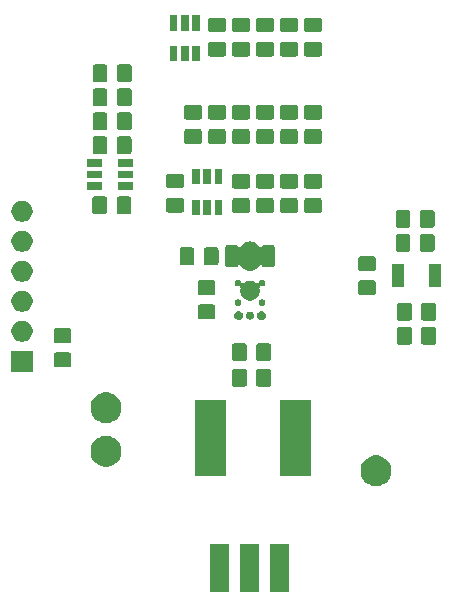
<source format=gts>
G04 #@! TF.GenerationSoftware,KiCad,Pcbnew,(5.1.6)-1*
G04 #@! TF.CreationDate,2021-10-13T16:30:12+02:00*
G04 #@! TF.ProjectId,SoundModulev2,536f756e-644d-46f6-9475-6c6576322e6b,rev?*
G04 #@! TF.SameCoordinates,Original*
G04 #@! TF.FileFunction,Soldermask,Top*
G04 #@! TF.FilePolarity,Negative*
%FSLAX46Y46*%
G04 Gerber Fmt 4.6, Leading zero omitted, Abs format (unit mm)*
G04 Created by KiCad (PCBNEW (5.1.6)-1) date 2021-10-13 16:30:12*
%MOMM*%
%LPD*%
G01*
G04 APERTURE LIST*
%ADD10C,0.100000*%
G04 APERTURE END LIST*
D10*
G36*
X125834340Y-103969520D02*
G01*
X124208340Y-103969520D01*
X124208340Y-99867520D01*
X125834340Y-99867520D01*
X125834340Y-103969520D01*
G37*
G36*
X123294340Y-103969520D02*
G01*
X121668340Y-103969520D01*
X121668340Y-99867520D01*
X123294340Y-99867520D01*
X123294340Y-103969520D01*
G37*
G36*
X120754340Y-103969520D02*
G01*
X119128340Y-103969520D01*
X119128340Y-99867520D01*
X120754340Y-99867520D01*
X120754340Y-103969520D01*
G37*
G36*
X133546607Y-92454676D02*
G01*
X133783373Y-92552748D01*
X133783375Y-92552749D01*
X133960250Y-92670933D01*
X133996459Y-92695127D01*
X134177673Y-92876341D01*
X134320052Y-93089427D01*
X134418124Y-93326193D01*
X134468120Y-93577541D01*
X134468120Y-93833819D01*
X134418124Y-94085167D01*
X134320052Y-94321933D01*
X134320051Y-94321935D01*
X134177673Y-94535019D01*
X133996459Y-94716233D01*
X133783375Y-94858611D01*
X133783374Y-94858612D01*
X133783373Y-94858612D01*
X133546607Y-94956684D01*
X133295259Y-95006680D01*
X133038981Y-95006680D01*
X132787633Y-94956684D01*
X132550867Y-94858612D01*
X132550866Y-94858612D01*
X132550865Y-94858611D01*
X132337781Y-94716233D01*
X132156567Y-94535019D01*
X132014189Y-94321935D01*
X132014188Y-94321933D01*
X131916116Y-94085167D01*
X131866120Y-93833819D01*
X131866120Y-93577541D01*
X131916116Y-93326193D01*
X132014188Y-93089427D01*
X132156567Y-92876341D01*
X132337781Y-92695127D01*
X132373990Y-92670933D01*
X132550865Y-92552749D01*
X132550867Y-92552748D01*
X132787633Y-92454676D01*
X133038981Y-92404680D01*
X133295259Y-92404680D01*
X133546607Y-92454676D01*
G37*
G36*
X120434620Y-94116680D02*
G01*
X117832620Y-94116680D01*
X117832620Y-87714680D01*
X120434620Y-87714680D01*
X120434620Y-94116680D01*
G37*
G36*
X127634620Y-94116680D02*
G01*
X125032620Y-94116680D01*
X125032620Y-87714680D01*
X127634620Y-87714680D01*
X127634620Y-94116680D01*
G37*
G36*
X110686607Y-90803676D02*
G01*
X110923373Y-90901748D01*
X110923375Y-90901749D01*
X111017558Y-90964680D01*
X111136459Y-91044127D01*
X111317673Y-91225341D01*
X111460052Y-91438427D01*
X111558124Y-91675193D01*
X111608120Y-91926541D01*
X111608120Y-92182819D01*
X111558124Y-92434167D01*
X111460052Y-92670933D01*
X111460051Y-92670935D01*
X111317673Y-92884019D01*
X111136459Y-93065233D01*
X110923375Y-93207611D01*
X110923374Y-93207612D01*
X110923373Y-93207612D01*
X110686607Y-93305684D01*
X110435259Y-93355680D01*
X110178981Y-93355680D01*
X109927633Y-93305684D01*
X109690867Y-93207612D01*
X109690866Y-93207612D01*
X109690865Y-93207611D01*
X109477781Y-93065233D01*
X109296567Y-92884019D01*
X109154189Y-92670935D01*
X109154188Y-92670933D01*
X109056116Y-92434167D01*
X109006120Y-92182819D01*
X109006120Y-91926541D01*
X109056116Y-91675193D01*
X109154188Y-91438427D01*
X109296567Y-91225341D01*
X109477781Y-91044127D01*
X109596682Y-90964680D01*
X109690865Y-90901749D01*
X109690867Y-90901748D01*
X109927633Y-90803676D01*
X110178981Y-90753680D01*
X110435259Y-90753680D01*
X110686607Y-90803676D01*
G37*
G36*
X110686607Y-87120676D02*
G01*
X110923373Y-87218748D01*
X110923375Y-87218749D01*
X111136459Y-87361127D01*
X111317673Y-87542341D01*
X111460052Y-87755427D01*
X111558124Y-87992193D01*
X111608120Y-88243541D01*
X111608120Y-88499819D01*
X111558124Y-88751167D01*
X111489566Y-88916680D01*
X111460051Y-88987935D01*
X111317673Y-89201019D01*
X111136459Y-89382233D01*
X110923375Y-89524611D01*
X110923374Y-89524612D01*
X110923373Y-89524612D01*
X110686607Y-89622684D01*
X110435259Y-89672680D01*
X110178981Y-89672680D01*
X109927633Y-89622684D01*
X109690867Y-89524612D01*
X109690866Y-89524612D01*
X109690865Y-89524611D01*
X109477781Y-89382233D01*
X109296567Y-89201019D01*
X109154189Y-88987935D01*
X109124674Y-88916680D01*
X109056116Y-88751167D01*
X109006120Y-88499819D01*
X109006120Y-88243541D01*
X109056116Y-87992193D01*
X109154188Y-87755427D01*
X109296567Y-87542341D01*
X109477781Y-87361127D01*
X109690865Y-87218749D01*
X109690867Y-87218748D01*
X109927633Y-87120676D01*
X110178981Y-87070680D01*
X110435259Y-87070680D01*
X110686607Y-87120676D01*
G37*
G36*
X124114794Y-85085145D02*
G01*
X124152487Y-85096579D01*
X124187223Y-85115146D01*
X124217668Y-85140132D01*
X124242654Y-85170577D01*
X124261221Y-85205313D01*
X124272655Y-85243006D01*
X124277120Y-85288341D01*
X124277120Y-86375019D01*
X124272655Y-86420354D01*
X124261221Y-86458047D01*
X124242654Y-86492783D01*
X124217668Y-86523228D01*
X124187223Y-86548214D01*
X124152487Y-86566781D01*
X124114794Y-86578215D01*
X124069459Y-86582680D01*
X123232781Y-86582680D01*
X123187446Y-86578215D01*
X123149753Y-86566781D01*
X123115017Y-86548214D01*
X123084572Y-86523228D01*
X123059586Y-86492783D01*
X123041019Y-86458047D01*
X123029585Y-86420354D01*
X123025120Y-86375019D01*
X123025120Y-85288341D01*
X123029585Y-85243006D01*
X123041019Y-85205313D01*
X123059586Y-85170577D01*
X123084572Y-85140132D01*
X123115017Y-85115146D01*
X123149753Y-85096579D01*
X123187446Y-85085145D01*
X123232781Y-85080680D01*
X124069459Y-85080680D01*
X124114794Y-85085145D01*
G37*
G36*
X122064794Y-85085145D02*
G01*
X122102487Y-85096579D01*
X122137223Y-85115146D01*
X122167668Y-85140132D01*
X122192654Y-85170577D01*
X122211221Y-85205313D01*
X122222655Y-85243006D01*
X122227120Y-85288341D01*
X122227120Y-86375019D01*
X122222655Y-86420354D01*
X122211221Y-86458047D01*
X122192654Y-86492783D01*
X122167668Y-86523228D01*
X122137223Y-86548214D01*
X122102487Y-86566781D01*
X122064794Y-86578215D01*
X122019459Y-86582680D01*
X121182781Y-86582680D01*
X121137446Y-86578215D01*
X121099753Y-86566781D01*
X121065017Y-86548214D01*
X121034572Y-86523228D01*
X121009586Y-86492783D01*
X120991019Y-86458047D01*
X120979585Y-86420354D01*
X120975120Y-86375019D01*
X120975120Y-85288341D01*
X120979585Y-85243006D01*
X120991019Y-85205313D01*
X121009586Y-85170577D01*
X121034572Y-85140132D01*
X121065017Y-85115146D01*
X121099753Y-85096579D01*
X121137446Y-85085145D01*
X121182781Y-85080680D01*
X122019459Y-85080680D01*
X122064794Y-85085145D01*
G37*
G36*
X104096120Y-85335680D02*
G01*
X102294120Y-85335680D01*
X102294120Y-83533680D01*
X104096120Y-83533680D01*
X104096120Y-85335680D01*
G37*
G36*
X107212794Y-83695145D02*
G01*
X107250487Y-83706579D01*
X107285223Y-83725146D01*
X107315668Y-83750132D01*
X107340654Y-83780577D01*
X107359221Y-83815313D01*
X107370655Y-83853006D01*
X107375120Y-83898341D01*
X107375120Y-84735019D01*
X107370655Y-84780354D01*
X107359221Y-84818047D01*
X107340654Y-84852783D01*
X107315668Y-84883228D01*
X107285223Y-84908214D01*
X107250487Y-84926781D01*
X107212794Y-84938215D01*
X107167459Y-84942680D01*
X106080781Y-84942680D01*
X106035446Y-84938215D01*
X105997753Y-84926781D01*
X105963017Y-84908214D01*
X105932572Y-84883228D01*
X105907586Y-84852783D01*
X105889019Y-84818047D01*
X105877585Y-84780354D01*
X105873120Y-84735019D01*
X105873120Y-83898341D01*
X105877585Y-83853006D01*
X105889019Y-83815313D01*
X105907586Y-83780577D01*
X105932572Y-83750132D01*
X105963017Y-83725146D01*
X105997753Y-83706579D01*
X106035446Y-83695145D01*
X106080781Y-83690680D01*
X107167459Y-83690680D01*
X107212794Y-83695145D01*
G37*
G36*
X124114794Y-82926145D02*
G01*
X124152487Y-82937579D01*
X124187223Y-82956146D01*
X124217668Y-82981132D01*
X124242654Y-83011577D01*
X124261221Y-83046313D01*
X124272655Y-83084006D01*
X124277120Y-83129341D01*
X124277120Y-84216019D01*
X124272655Y-84261354D01*
X124261221Y-84299047D01*
X124242654Y-84333783D01*
X124217668Y-84364228D01*
X124187223Y-84389214D01*
X124152487Y-84407781D01*
X124114794Y-84419215D01*
X124069459Y-84423680D01*
X123232781Y-84423680D01*
X123187446Y-84419215D01*
X123149753Y-84407781D01*
X123115017Y-84389214D01*
X123084572Y-84364228D01*
X123059586Y-84333783D01*
X123041019Y-84299047D01*
X123029585Y-84261354D01*
X123025120Y-84216019D01*
X123025120Y-83129341D01*
X123029585Y-83084006D01*
X123041019Y-83046313D01*
X123059586Y-83011577D01*
X123084572Y-82981132D01*
X123115017Y-82956146D01*
X123149753Y-82937579D01*
X123187446Y-82926145D01*
X123232781Y-82921680D01*
X124069459Y-82921680D01*
X124114794Y-82926145D01*
G37*
G36*
X122064794Y-82926145D02*
G01*
X122102487Y-82937579D01*
X122137223Y-82956146D01*
X122167668Y-82981132D01*
X122192654Y-83011577D01*
X122211221Y-83046313D01*
X122222655Y-83084006D01*
X122227120Y-83129341D01*
X122227120Y-84216019D01*
X122222655Y-84261354D01*
X122211221Y-84299047D01*
X122192654Y-84333783D01*
X122167668Y-84364228D01*
X122137223Y-84389214D01*
X122102487Y-84407781D01*
X122064794Y-84419215D01*
X122019459Y-84423680D01*
X121182781Y-84423680D01*
X121137446Y-84419215D01*
X121099753Y-84407781D01*
X121065017Y-84389214D01*
X121034572Y-84364228D01*
X121009586Y-84333783D01*
X120991019Y-84299047D01*
X120979585Y-84261354D01*
X120975120Y-84216019D01*
X120975120Y-83129341D01*
X120979585Y-83084006D01*
X120991019Y-83046313D01*
X121009586Y-83011577D01*
X121034572Y-82981132D01*
X121065017Y-82956146D01*
X121099753Y-82937579D01*
X121137446Y-82926145D01*
X121182781Y-82921680D01*
X122019459Y-82921680D01*
X122064794Y-82926145D01*
G37*
G36*
X136034794Y-81529145D02*
G01*
X136072487Y-81540579D01*
X136107223Y-81559146D01*
X136137668Y-81584132D01*
X136162654Y-81614577D01*
X136181221Y-81649313D01*
X136192655Y-81687006D01*
X136197120Y-81732341D01*
X136197120Y-82819019D01*
X136192655Y-82864354D01*
X136181221Y-82902047D01*
X136162654Y-82936783D01*
X136137668Y-82967228D01*
X136107223Y-82992214D01*
X136072487Y-83010781D01*
X136034794Y-83022215D01*
X135989459Y-83026680D01*
X135152781Y-83026680D01*
X135107446Y-83022215D01*
X135069753Y-83010781D01*
X135035017Y-82992214D01*
X135004572Y-82967228D01*
X134979586Y-82936783D01*
X134961019Y-82902047D01*
X134949585Y-82864354D01*
X134945120Y-82819019D01*
X134945120Y-81732341D01*
X134949585Y-81687006D01*
X134961019Y-81649313D01*
X134979586Y-81614577D01*
X135004572Y-81584132D01*
X135035017Y-81559146D01*
X135069753Y-81540579D01*
X135107446Y-81529145D01*
X135152781Y-81524680D01*
X135989459Y-81524680D01*
X136034794Y-81529145D01*
G37*
G36*
X138084794Y-81529145D02*
G01*
X138122487Y-81540579D01*
X138157223Y-81559146D01*
X138187668Y-81584132D01*
X138212654Y-81614577D01*
X138231221Y-81649313D01*
X138242655Y-81687006D01*
X138247120Y-81732341D01*
X138247120Y-82819019D01*
X138242655Y-82864354D01*
X138231221Y-82902047D01*
X138212654Y-82936783D01*
X138187668Y-82967228D01*
X138157223Y-82992214D01*
X138122487Y-83010781D01*
X138084794Y-83022215D01*
X138039459Y-83026680D01*
X137202781Y-83026680D01*
X137157446Y-83022215D01*
X137119753Y-83010781D01*
X137085017Y-82992214D01*
X137054572Y-82967228D01*
X137029586Y-82936783D01*
X137011019Y-82902047D01*
X136999585Y-82864354D01*
X136995120Y-82819019D01*
X136995120Y-81732341D01*
X136999585Y-81687006D01*
X137011019Y-81649313D01*
X137029586Y-81614577D01*
X137054572Y-81584132D01*
X137085017Y-81559146D01*
X137119753Y-81540579D01*
X137157446Y-81529145D01*
X137202781Y-81524680D01*
X138039459Y-81524680D01*
X138084794Y-81529145D01*
G37*
G36*
X107212794Y-81645145D02*
G01*
X107250487Y-81656579D01*
X107285223Y-81675146D01*
X107315668Y-81700132D01*
X107340654Y-81730577D01*
X107359221Y-81765313D01*
X107370655Y-81803006D01*
X107375120Y-81848341D01*
X107375120Y-82685019D01*
X107370655Y-82730354D01*
X107359221Y-82768047D01*
X107340654Y-82802783D01*
X107315668Y-82833228D01*
X107285223Y-82858214D01*
X107250487Y-82876781D01*
X107212794Y-82888215D01*
X107167459Y-82892680D01*
X106080781Y-82892680D01*
X106035446Y-82888215D01*
X105997753Y-82876781D01*
X105963017Y-82858214D01*
X105932572Y-82833228D01*
X105907586Y-82802783D01*
X105889019Y-82768047D01*
X105877585Y-82730354D01*
X105873120Y-82685019D01*
X105873120Y-81848341D01*
X105877585Y-81803006D01*
X105889019Y-81765313D01*
X105907586Y-81730577D01*
X105932572Y-81700132D01*
X105963017Y-81675146D01*
X105997753Y-81656579D01*
X106035446Y-81645145D01*
X106080781Y-81640680D01*
X107167459Y-81640680D01*
X107212794Y-81645145D01*
G37*
G36*
X103308632Y-80998607D02*
G01*
X103457932Y-81028304D01*
X103621904Y-81096224D01*
X103769474Y-81194827D01*
X103894973Y-81320326D01*
X103993576Y-81467896D01*
X104061496Y-81631868D01*
X104096120Y-81805939D01*
X104096120Y-81983421D01*
X104061496Y-82157492D01*
X103993576Y-82321464D01*
X103894973Y-82469034D01*
X103769474Y-82594533D01*
X103621904Y-82693136D01*
X103457932Y-82761056D01*
X103308632Y-82790753D01*
X103283862Y-82795680D01*
X103106378Y-82795680D01*
X103081608Y-82790753D01*
X102932308Y-82761056D01*
X102768336Y-82693136D01*
X102620766Y-82594533D01*
X102495267Y-82469034D01*
X102396664Y-82321464D01*
X102328744Y-82157492D01*
X102294120Y-81983421D01*
X102294120Y-81805939D01*
X102328744Y-81631868D01*
X102396664Y-81467896D01*
X102495267Y-81320326D01*
X102620766Y-81194827D01*
X102768336Y-81096224D01*
X102932308Y-81028304D01*
X103081608Y-80998607D01*
X103106378Y-80993680D01*
X103283862Y-80993680D01*
X103308632Y-80998607D01*
G37*
G36*
X138084794Y-79497145D02*
G01*
X138122487Y-79508579D01*
X138157223Y-79527146D01*
X138187668Y-79552132D01*
X138212654Y-79582577D01*
X138231221Y-79617313D01*
X138242655Y-79655006D01*
X138247120Y-79700341D01*
X138247120Y-80787019D01*
X138242655Y-80832354D01*
X138231221Y-80870047D01*
X138212654Y-80904783D01*
X138187668Y-80935228D01*
X138157223Y-80960214D01*
X138122487Y-80978781D01*
X138084794Y-80990215D01*
X138039459Y-80994680D01*
X137202781Y-80994680D01*
X137157446Y-80990215D01*
X137119753Y-80978781D01*
X137085017Y-80960214D01*
X137054572Y-80935228D01*
X137029586Y-80904783D01*
X137011019Y-80870047D01*
X136999585Y-80832354D01*
X136995120Y-80787019D01*
X136995120Y-79700341D01*
X136999585Y-79655006D01*
X137011019Y-79617313D01*
X137029586Y-79582577D01*
X137054572Y-79552132D01*
X137085017Y-79527146D01*
X137119753Y-79508579D01*
X137157446Y-79497145D01*
X137202781Y-79492680D01*
X138039459Y-79492680D01*
X138084794Y-79497145D01*
G37*
G36*
X136034794Y-79497145D02*
G01*
X136072487Y-79508579D01*
X136107223Y-79527146D01*
X136137668Y-79552132D01*
X136162654Y-79582577D01*
X136181221Y-79617313D01*
X136192655Y-79655006D01*
X136197120Y-79700341D01*
X136197120Y-80787019D01*
X136192655Y-80832354D01*
X136181221Y-80870047D01*
X136162654Y-80904783D01*
X136137668Y-80935228D01*
X136107223Y-80960214D01*
X136072487Y-80978781D01*
X136034794Y-80990215D01*
X135989459Y-80994680D01*
X135152781Y-80994680D01*
X135107446Y-80990215D01*
X135069753Y-80978781D01*
X135035017Y-80960214D01*
X135004572Y-80935228D01*
X134979586Y-80904783D01*
X134961019Y-80870047D01*
X134949585Y-80832354D01*
X134945120Y-80787019D01*
X134945120Y-79700341D01*
X134949585Y-79655006D01*
X134961019Y-79617313D01*
X134979586Y-79582577D01*
X135004572Y-79552132D01*
X135035017Y-79527146D01*
X135069753Y-79508579D01*
X135107446Y-79497145D01*
X135152781Y-79492680D01*
X135989459Y-79492680D01*
X136034794Y-79497145D01*
G37*
G36*
X123573792Y-80204129D02*
G01*
X123573794Y-80204130D01*
X123573795Y-80204130D01*
X123642223Y-80232473D01*
X123703806Y-80273622D01*
X123756178Y-80325994D01*
X123797327Y-80387577D01*
X123825670Y-80456005D01*
X123825671Y-80456008D01*
X123840120Y-80528646D01*
X123840120Y-80602714D01*
X123827121Y-80668065D01*
X123825670Y-80675355D01*
X123797327Y-80743783D01*
X123756178Y-80805366D01*
X123703806Y-80857738D01*
X123642223Y-80898887D01*
X123573795Y-80927230D01*
X123573794Y-80927230D01*
X123573792Y-80927231D01*
X123501154Y-80941680D01*
X123427086Y-80941680D01*
X123354448Y-80927231D01*
X123354446Y-80927230D01*
X123354445Y-80927230D01*
X123286017Y-80898887D01*
X123224434Y-80857738D01*
X123172062Y-80805366D01*
X123130913Y-80743783D01*
X123102570Y-80675355D01*
X123101707Y-80671019D01*
X123091472Y-80619566D01*
X123084359Y-80596117D01*
X123072808Y-80574506D01*
X123065564Y-80565680D01*
X123072808Y-80556853D01*
X123084359Y-80535242D01*
X123091472Y-80511794D01*
X123102569Y-80456008D01*
X123102570Y-80456005D01*
X123130913Y-80387577D01*
X123172062Y-80325994D01*
X123224434Y-80273622D01*
X123286017Y-80232473D01*
X123354445Y-80204130D01*
X123354446Y-80204130D01*
X123354448Y-80204129D01*
X123427086Y-80189680D01*
X123501154Y-80189680D01*
X123573792Y-80204129D01*
G37*
G36*
X121643792Y-80204129D02*
G01*
X121643794Y-80204130D01*
X121643795Y-80204130D01*
X121712223Y-80232473D01*
X121773806Y-80273622D01*
X121826178Y-80325994D01*
X121867327Y-80387577D01*
X121895670Y-80456005D01*
X121895671Y-80456008D01*
X121906768Y-80511794D01*
X121913881Y-80535243D01*
X121925432Y-80556854D01*
X121932676Y-80565681D01*
X121925432Y-80574507D01*
X121913881Y-80596118D01*
X121906768Y-80619566D01*
X121896533Y-80671019D01*
X121895670Y-80675355D01*
X121867327Y-80743783D01*
X121826178Y-80805366D01*
X121773806Y-80857738D01*
X121712223Y-80898887D01*
X121643795Y-80927230D01*
X121643794Y-80927230D01*
X121643792Y-80927231D01*
X121571154Y-80941680D01*
X121497086Y-80941680D01*
X121424448Y-80927231D01*
X121424446Y-80927230D01*
X121424445Y-80927230D01*
X121356017Y-80898887D01*
X121294434Y-80857738D01*
X121242062Y-80805366D01*
X121200913Y-80743783D01*
X121172570Y-80675355D01*
X121171120Y-80668065D01*
X121158120Y-80602714D01*
X121158120Y-80528646D01*
X121172569Y-80456008D01*
X121172570Y-80456005D01*
X121200913Y-80387577D01*
X121242062Y-80325994D01*
X121294434Y-80273622D01*
X121356017Y-80232473D01*
X121424445Y-80204130D01*
X121424446Y-80204130D01*
X121424448Y-80204129D01*
X121497086Y-80189680D01*
X121571154Y-80189680D01*
X121643792Y-80204129D01*
G37*
G36*
X122601503Y-80228169D02*
G01*
X122601506Y-80228170D01*
X122601505Y-80228170D01*
X122665378Y-80254626D01*
X122722868Y-80293040D01*
X122771760Y-80341932D01*
X122810174Y-80399422D01*
X122831744Y-80451498D01*
X122836631Y-80463297D01*
X122845724Y-80509009D01*
X122846278Y-80511795D01*
X122853391Y-80535244D01*
X122864943Y-80556855D01*
X122872185Y-80565680D01*
X122864942Y-80574506D01*
X122853391Y-80596117D01*
X122846278Y-80619565D01*
X122836631Y-80668063D01*
X122833612Y-80675352D01*
X122810174Y-80731938D01*
X122771760Y-80789428D01*
X122722868Y-80838320D01*
X122665378Y-80876734D01*
X122613302Y-80898304D01*
X122601503Y-80903191D01*
X122533690Y-80916680D01*
X122464550Y-80916680D01*
X122396737Y-80903191D01*
X122384938Y-80898304D01*
X122332862Y-80876734D01*
X122275372Y-80838320D01*
X122226480Y-80789428D01*
X122188066Y-80731938D01*
X122164628Y-80675352D01*
X122161609Y-80668063D01*
X122151962Y-80619565D01*
X122144849Y-80596116D01*
X122133297Y-80574505D01*
X122126055Y-80565680D01*
X122133298Y-80556854D01*
X122144849Y-80535243D01*
X122151962Y-80511795D01*
X122152516Y-80509009D01*
X122161609Y-80463297D01*
X122166496Y-80451498D01*
X122188066Y-80399422D01*
X122226480Y-80341932D01*
X122275372Y-80293040D01*
X122332862Y-80254626D01*
X122396735Y-80228170D01*
X122396734Y-80228170D01*
X122396737Y-80228169D01*
X122464550Y-80214680D01*
X122533690Y-80214680D01*
X122601503Y-80228169D01*
G37*
G36*
X119404794Y-79631145D02*
G01*
X119442487Y-79642579D01*
X119477223Y-79661146D01*
X119507668Y-79686132D01*
X119532654Y-79716577D01*
X119551221Y-79751313D01*
X119562655Y-79789006D01*
X119567120Y-79834341D01*
X119567120Y-80671019D01*
X119562655Y-80716354D01*
X119551221Y-80754047D01*
X119532654Y-80788783D01*
X119507668Y-80819228D01*
X119477223Y-80844214D01*
X119442487Y-80862781D01*
X119404794Y-80874215D01*
X119359459Y-80878680D01*
X118272781Y-80878680D01*
X118227446Y-80874215D01*
X118189753Y-80862781D01*
X118155017Y-80844214D01*
X118124572Y-80819228D01*
X118099586Y-80788783D01*
X118081019Y-80754047D01*
X118069585Y-80716354D01*
X118065120Y-80671019D01*
X118065120Y-79834341D01*
X118069585Y-79789006D01*
X118081019Y-79751313D01*
X118099586Y-79716577D01*
X118124572Y-79686132D01*
X118155017Y-79661146D01*
X118189753Y-79642579D01*
X118227446Y-79631145D01*
X118272781Y-79626680D01*
X119359459Y-79626680D01*
X119404794Y-79631145D01*
G37*
G36*
X103308632Y-78458607D02*
G01*
X103457932Y-78488304D01*
X103621904Y-78556224D01*
X103769474Y-78654827D01*
X103894973Y-78780326D01*
X103993576Y-78927896D01*
X104061496Y-79091868D01*
X104096120Y-79265939D01*
X104096120Y-79443421D01*
X104061496Y-79617492D01*
X103993576Y-79781464D01*
X103894973Y-79929034D01*
X103769474Y-80054533D01*
X103621904Y-80153136D01*
X103457932Y-80221056D01*
X103308632Y-80250753D01*
X103283862Y-80255680D01*
X103106378Y-80255680D01*
X103081608Y-80250753D01*
X102932308Y-80221056D01*
X102768336Y-80153136D01*
X102620766Y-80054533D01*
X102495267Y-79929034D01*
X102396664Y-79781464D01*
X102328744Y-79617492D01*
X102294120Y-79443421D01*
X102294120Y-79265939D01*
X102328744Y-79091868D01*
X102396664Y-78927896D01*
X102495267Y-78780326D01*
X102620766Y-78654827D01*
X102768336Y-78556224D01*
X102932308Y-78488304D01*
X103081608Y-78458607D01*
X103106378Y-78453680D01*
X103283862Y-78453680D01*
X103308632Y-78458607D01*
G37*
G36*
X123596085Y-79195478D02*
G01*
X123647224Y-79216661D01*
X123693247Y-79247413D01*
X123732387Y-79286553D01*
X123763139Y-79332576D01*
X123784322Y-79383715D01*
X123795120Y-79438004D01*
X123795120Y-79493356D01*
X123784322Y-79547645D01*
X123763139Y-79598784D01*
X123732387Y-79644807D01*
X123693247Y-79683947D01*
X123647224Y-79714699D01*
X123596085Y-79735882D01*
X123541796Y-79746680D01*
X123486444Y-79746680D01*
X123432155Y-79735882D01*
X123381016Y-79714699D01*
X123334993Y-79683947D01*
X123295853Y-79644807D01*
X123265101Y-79598784D01*
X123243918Y-79547645D01*
X123233120Y-79493356D01*
X123233120Y-79438004D01*
X123243918Y-79383715D01*
X123265101Y-79332576D01*
X123295853Y-79286553D01*
X123334993Y-79247413D01*
X123381016Y-79216661D01*
X123432155Y-79195478D01*
X123486444Y-79184680D01*
X123541796Y-79184680D01*
X123596085Y-79195478D01*
G37*
G36*
X121566085Y-79195478D02*
G01*
X121617224Y-79216661D01*
X121663247Y-79247413D01*
X121702387Y-79286553D01*
X121733139Y-79332576D01*
X121754322Y-79383715D01*
X121765120Y-79438004D01*
X121765120Y-79493356D01*
X121754322Y-79547645D01*
X121733139Y-79598784D01*
X121702387Y-79644807D01*
X121663247Y-79683947D01*
X121617224Y-79714699D01*
X121566085Y-79735882D01*
X121511796Y-79746680D01*
X121456444Y-79746680D01*
X121402155Y-79735882D01*
X121351016Y-79714699D01*
X121304993Y-79683947D01*
X121265853Y-79644807D01*
X121235101Y-79598784D01*
X121213918Y-79547645D01*
X121203120Y-79493356D01*
X121203120Y-79438004D01*
X121213918Y-79383715D01*
X121235101Y-79332576D01*
X121265853Y-79286553D01*
X121304993Y-79247413D01*
X121351016Y-79216661D01*
X121402155Y-79195478D01*
X121456444Y-79184680D01*
X121511796Y-79184680D01*
X121566085Y-79195478D01*
G37*
G36*
X121566085Y-77555478D02*
G01*
X121617224Y-77576661D01*
X121663247Y-77607413D01*
X121702387Y-77646553D01*
X121733139Y-77692576D01*
X121754322Y-77743715D01*
X121757072Y-77757543D01*
X121764182Y-77780981D01*
X121775733Y-77802592D01*
X121791278Y-77821534D01*
X121810219Y-77837079D01*
X121831830Y-77848631D01*
X121855279Y-77855744D01*
X121879665Y-77858146D01*
X121904051Y-77855744D01*
X121927500Y-77848631D01*
X121949111Y-77837080D01*
X121968048Y-77821540D01*
X121969388Y-77820200D01*
X122105494Y-77729257D01*
X122105496Y-77729256D01*
X122256726Y-77666614D01*
X122417272Y-77634680D01*
X122580968Y-77634680D01*
X122741514Y-77666614D01*
X122892744Y-77729256D01*
X122892746Y-77729257D01*
X123028852Y-77820200D01*
X123030192Y-77821540D01*
X123049128Y-77837080D01*
X123070739Y-77848631D01*
X123094188Y-77855744D01*
X123118574Y-77858146D01*
X123142960Y-77855744D01*
X123166409Y-77848631D01*
X123188020Y-77837080D01*
X123206962Y-77821535D01*
X123222507Y-77802593D01*
X123234058Y-77780982D01*
X123241168Y-77757543D01*
X123243918Y-77743715D01*
X123265101Y-77692576D01*
X123295853Y-77646553D01*
X123334993Y-77607413D01*
X123381016Y-77576661D01*
X123432155Y-77555478D01*
X123486444Y-77544680D01*
X123541796Y-77544680D01*
X123596085Y-77555478D01*
X123647224Y-77576661D01*
X123693247Y-77607413D01*
X123732387Y-77646553D01*
X123763139Y-77692576D01*
X123784322Y-77743715D01*
X123795120Y-77798004D01*
X123795120Y-77853356D01*
X123784322Y-77907645D01*
X123763139Y-77958784D01*
X123732387Y-78004807D01*
X123693247Y-78043947D01*
X123647224Y-78074699D01*
X123596085Y-78095882D01*
X123541796Y-78106680D01*
X123486444Y-78106680D01*
X123449753Y-78099382D01*
X123425375Y-78096981D01*
X123400988Y-78099383D01*
X123377539Y-78106496D01*
X123355929Y-78118047D01*
X123336987Y-78133592D01*
X123321441Y-78152534D01*
X123309890Y-78174144D01*
X123302777Y-78197593D01*
X123300375Y-78221979D01*
X123302777Y-78246366D01*
X123330120Y-78383832D01*
X123330120Y-78547528D01*
X123298186Y-78708074D01*
X123240773Y-78846680D01*
X123235543Y-78859306D01*
X123144600Y-78995412D01*
X123028852Y-79111160D01*
X122892746Y-79202103D01*
X122892745Y-79202104D01*
X122892744Y-79202104D01*
X122741514Y-79264746D01*
X122580968Y-79296680D01*
X122417272Y-79296680D01*
X122256726Y-79264746D01*
X122105496Y-79202104D01*
X122105495Y-79202104D01*
X122105494Y-79202103D01*
X121969388Y-79111160D01*
X121853640Y-78995412D01*
X121762697Y-78859306D01*
X121757467Y-78846680D01*
X121700054Y-78708074D01*
X121668120Y-78547528D01*
X121668120Y-78383832D01*
X121695463Y-78246366D01*
X121697865Y-78221979D01*
X121695463Y-78197593D01*
X121688350Y-78174144D01*
X121676799Y-78152534D01*
X121661253Y-78133592D01*
X121642311Y-78118047D01*
X121620700Y-78106496D01*
X121597252Y-78099383D01*
X121572865Y-78096981D01*
X121548487Y-78099382D01*
X121511796Y-78106680D01*
X121456444Y-78106680D01*
X121402155Y-78095882D01*
X121351016Y-78074699D01*
X121304993Y-78043947D01*
X121265853Y-78004807D01*
X121235101Y-77958784D01*
X121213918Y-77907645D01*
X121203120Y-77853356D01*
X121203120Y-77798004D01*
X121213918Y-77743715D01*
X121235101Y-77692576D01*
X121265853Y-77646553D01*
X121304993Y-77607413D01*
X121351016Y-77576661D01*
X121402155Y-77555478D01*
X121456444Y-77544680D01*
X121511796Y-77544680D01*
X121566085Y-77555478D01*
G37*
G36*
X132993794Y-77599145D02*
G01*
X133031487Y-77610579D01*
X133066223Y-77629146D01*
X133096668Y-77654132D01*
X133121654Y-77684577D01*
X133140221Y-77719313D01*
X133151655Y-77757006D01*
X133156120Y-77802341D01*
X133156120Y-78639019D01*
X133151655Y-78684354D01*
X133140221Y-78722047D01*
X133121654Y-78756783D01*
X133096668Y-78787228D01*
X133066223Y-78812214D01*
X133031487Y-78830781D01*
X132993794Y-78842215D01*
X132948459Y-78846680D01*
X131861781Y-78846680D01*
X131816446Y-78842215D01*
X131778753Y-78830781D01*
X131744017Y-78812214D01*
X131713572Y-78787228D01*
X131688586Y-78756783D01*
X131670019Y-78722047D01*
X131658585Y-78684354D01*
X131654120Y-78639019D01*
X131654120Y-77802341D01*
X131658585Y-77757006D01*
X131670019Y-77719313D01*
X131688586Y-77684577D01*
X131713572Y-77654132D01*
X131744017Y-77629146D01*
X131778753Y-77610579D01*
X131816446Y-77599145D01*
X131861781Y-77594680D01*
X132948459Y-77594680D01*
X132993794Y-77599145D01*
G37*
G36*
X119404794Y-77581145D02*
G01*
X119442487Y-77592579D01*
X119477223Y-77611146D01*
X119507668Y-77636132D01*
X119532654Y-77666577D01*
X119551221Y-77701313D01*
X119562655Y-77739006D01*
X119567120Y-77784341D01*
X119567120Y-78621019D01*
X119562655Y-78666354D01*
X119551221Y-78704047D01*
X119532654Y-78738783D01*
X119507668Y-78769228D01*
X119477223Y-78794214D01*
X119442487Y-78812781D01*
X119404794Y-78824215D01*
X119359459Y-78828680D01*
X118272781Y-78828680D01*
X118227446Y-78824215D01*
X118189753Y-78812781D01*
X118155017Y-78794214D01*
X118124572Y-78769228D01*
X118099586Y-78738783D01*
X118081019Y-78704047D01*
X118069585Y-78666354D01*
X118065120Y-78621019D01*
X118065120Y-77784341D01*
X118069585Y-77739006D01*
X118081019Y-77701313D01*
X118099586Y-77666577D01*
X118124572Y-77636132D01*
X118155017Y-77611146D01*
X118189753Y-77592579D01*
X118227446Y-77581145D01*
X118272781Y-77576680D01*
X119359459Y-77576680D01*
X119404794Y-77581145D01*
G37*
G36*
X135497120Y-78146680D02*
G01*
X134545120Y-78146680D01*
X134545120Y-76244680D01*
X135497120Y-76244680D01*
X135497120Y-78146680D01*
G37*
G36*
X138647120Y-78146680D02*
G01*
X137695120Y-78146680D01*
X137695120Y-76244680D01*
X138647120Y-76244680D01*
X138647120Y-78146680D01*
G37*
G36*
X103308632Y-75918607D02*
G01*
X103457932Y-75948304D01*
X103621904Y-76016224D01*
X103769474Y-76114827D01*
X103894973Y-76240326D01*
X103993576Y-76387896D01*
X104061496Y-76551868D01*
X104091193Y-76701168D01*
X104094335Y-76716962D01*
X104096120Y-76725939D01*
X104096120Y-76903421D01*
X104061496Y-77077492D01*
X103993576Y-77241464D01*
X103894973Y-77389034D01*
X103769474Y-77514533D01*
X103621904Y-77613136D01*
X103457932Y-77681056D01*
X103308632Y-77710753D01*
X103283862Y-77715680D01*
X103106378Y-77715680D01*
X103081608Y-77710753D01*
X102932308Y-77681056D01*
X102768336Y-77613136D01*
X102620766Y-77514533D01*
X102495267Y-77389034D01*
X102396664Y-77241464D01*
X102328744Y-77077492D01*
X102294120Y-76903421D01*
X102294120Y-76725939D01*
X102295906Y-76716962D01*
X102299047Y-76701168D01*
X102328744Y-76551868D01*
X102396664Y-76387896D01*
X102495267Y-76240326D01*
X102620766Y-76114827D01*
X102768336Y-76016224D01*
X102932308Y-75948304D01*
X103081608Y-75918607D01*
X103106378Y-75913680D01*
X103283862Y-75913680D01*
X103308632Y-75918607D01*
G37*
G36*
X122685544Y-74307440D02*
G01*
X122685547Y-74307441D01*
X122685548Y-74307441D01*
X122864812Y-74361820D01*
X122864815Y-74361822D01*
X122864816Y-74361822D01*
X123030023Y-74450126D01*
X123174832Y-74568968D01*
X123293672Y-74713775D01*
X123302541Y-74730368D01*
X123316155Y-74750743D01*
X123333482Y-74768070D01*
X123353856Y-74781684D01*
X123376495Y-74791061D01*
X123400528Y-74795842D01*
X123425032Y-74795842D01*
X123449065Y-74791062D01*
X123471704Y-74781685D01*
X123492079Y-74768071D01*
X123509406Y-74750744D01*
X123523020Y-74730370D01*
X123532396Y-74707734D01*
X123533984Y-74702500D01*
X123546441Y-74679194D01*
X123563206Y-74658766D01*
X123583634Y-74642001D01*
X123606937Y-74629545D01*
X123632224Y-74621874D01*
X123664658Y-74618680D01*
X124433582Y-74618680D01*
X124466016Y-74621874D01*
X124491303Y-74629545D01*
X124514606Y-74642001D01*
X124535034Y-74658766D01*
X124551799Y-74679194D01*
X124564255Y-74702497D01*
X124571926Y-74727784D01*
X124575120Y-74760218D01*
X124575120Y-76329142D01*
X124571926Y-76361576D01*
X124564255Y-76386863D01*
X124551799Y-76410166D01*
X124535034Y-76430594D01*
X124514606Y-76447359D01*
X124491303Y-76459815D01*
X124466016Y-76467486D01*
X124433582Y-76470680D01*
X123664658Y-76470680D01*
X123632224Y-76467486D01*
X123606937Y-76459815D01*
X123583634Y-76447359D01*
X123563206Y-76430594D01*
X123546441Y-76410166D01*
X123533984Y-76386860D01*
X123532396Y-76381626D01*
X123523019Y-76358988D01*
X123509404Y-76338614D01*
X123492077Y-76321287D01*
X123471702Y-76307674D01*
X123449063Y-76298297D01*
X123425029Y-76293518D01*
X123400525Y-76293518D01*
X123376492Y-76298300D01*
X123353854Y-76307677D01*
X123333480Y-76321292D01*
X123316153Y-76338619D01*
X123302541Y-76358992D01*
X123293672Y-76375585D01*
X123174832Y-76520392D01*
X123030023Y-76639234D01*
X122864817Y-76727538D01*
X122864813Y-76727540D01*
X122685549Y-76781919D01*
X122685548Y-76781919D01*
X122685545Y-76781920D01*
X122499120Y-76800281D01*
X122312696Y-76781920D01*
X122312693Y-76781919D01*
X122312692Y-76781919D01*
X122133428Y-76727540D01*
X122133424Y-76727538D01*
X121968218Y-76639234D01*
X121823409Y-76520392D01*
X121704568Y-76375584D01*
X121695698Y-76358989D01*
X121682084Y-76338615D01*
X121664757Y-76321288D01*
X121644383Y-76307674D01*
X121621744Y-76298297D01*
X121597711Y-76293517D01*
X121573206Y-76293517D01*
X121549173Y-76298298D01*
X121526534Y-76307675D01*
X121506160Y-76321289D01*
X121488833Y-76338616D01*
X121475219Y-76358990D01*
X121465843Y-76381627D01*
X121464255Y-76386863D01*
X121451799Y-76410166D01*
X121435034Y-76430594D01*
X121414606Y-76447359D01*
X121391303Y-76459815D01*
X121366016Y-76467486D01*
X121333582Y-76470680D01*
X120564658Y-76470680D01*
X120532224Y-76467486D01*
X120506937Y-76459815D01*
X120483634Y-76447359D01*
X120463206Y-76430594D01*
X120446441Y-76410166D01*
X120433985Y-76386863D01*
X120426314Y-76361576D01*
X120423120Y-76329142D01*
X120423120Y-74760218D01*
X120426314Y-74727784D01*
X120433985Y-74702497D01*
X120446441Y-74679194D01*
X120463206Y-74658766D01*
X120483634Y-74642001D01*
X120506937Y-74629545D01*
X120532224Y-74621874D01*
X120564658Y-74618680D01*
X121333582Y-74618680D01*
X121366016Y-74621874D01*
X121391303Y-74629545D01*
X121414606Y-74642001D01*
X121435034Y-74658766D01*
X121451799Y-74679194D01*
X121464256Y-74702500D01*
X121465844Y-74707734D01*
X121475221Y-74730372D01*
X121488836Y-74750746D01*
X121506163Y-74768073D01*
X121526538Y-74781686D01*
X121549177Y-74791063D01*
X121573211Y-74795842D01*
X121597715Y-74795842D01*
X121621748Y-74791060D01*
X121644386Y-74781683D01*
X121664760Y-74768068D01*
X121682087Y-74750741D01*
X121695699Y-74730368D01*
X121704568Y-74713775D01*
X121823408Y-74568968D01*
X121968217Y-74450126D01*
X122133423Y-74361822D01*
X122133424Y-74361822D01*
X122133427Y-74361820D01*
X122312691Y-74307441D01*
X122312692Y-74307441D01*
X122312695Y-74307440D01*
X122499120Y-74289079D01*
X122685544Y-74307440D01*
G37*
G36*
X132993794Y-75549145D02*
G01*
X133031487Y-75560579D01*
X133066223Y-75579146D01*
X133096668Y-75604132D01*
X133121654Y-75634577D01*
X133140221Y-75669313D01*
X133151655Y-75707006D01*
X133156120Y-75752341D01*
X133156120Y-76589019D01*
X133151655Y-76634354D01*
X133140221Y-76672047D01*
X133121654Y-76706783D01*
X133096668Y-76737228D01*
X133066223Y-76762214D01*
X133031487Y-76780781D01*
X132993794Y-76792215D01*
X132948459Y-76796680D01*
X131861781Y-76796680D01*
X131816446Y-76792215D01*
X131778753Y-76780781D01*
X131744017Y-76762214D01*
X131713572Y-76737228D01*
X131688586Y-76706783D01*
X131670019Y-76672047D01*
X131658585Y-76634354D01*
X131654120Y-76589019D01*
X131654120Y-75752341D01*
X131658585Y-75707006D01*
X131670019Y-75669313D01*
X131688586Y-75634577D01*
X131713572Y-75604132D01*
X131744017Y-75579146D01*
X131778753Y-75560579D01*
X131816446Y-75549145D01*
X131861781Y-75544680D01*
X132948459Y-75544680D01*
X132993794Y-75549145D01*
G37*
G36*
X119669794Y-74798145D02*
G01*
X119707487Y-74809579D01*
X119742223Y-74828146D01*
X119772668Y-74853132D01*
X119797654Y-74883577D01*
X119816221Y-74918313D01*
X119827655Y-74956006D01*
X119832120Y-75001341D01*
X119832120Y-76088019D01*
X119827655Y-76133354D01*
X119816221Y-76171047D01*
X119797654Y-76205783D01*
X119772668Y-76236228D01*
X119742223Y-76261214D01*
X119707487Y-76279781D01*
X119669794Y-76291215D01*
X119624459Y-76295680D01*
X118787781Y-76295680D01*
X118742446Y-76291215D01*
X118704753Y-76279781D01*
X118670017Y-76261214D01*
X118639572Y-76236228D01*
X118614586Y-76205783D01*
X118596019Y-76171047D01*
X118584585Y-76133354D01*
X118580120Y-76088019D01*
X118580120Y-75001341D01*
X118584585Y-74956006D01*
X118596019Y-74918313D01*
X118614586Y-74883577D01*
X118639572Y-74853132D01*
X118670017Y-74828146D01*
X118704753Y-74809579D01*
X118742446Y-74798145D01*
X118787781Y-74793680D01*
X119624459Y-74793680D01*
X119669794Y-74798145D01*
G37*
G36*
X117619794Y-74798145D02*
G01*
X117657487Y-74809579D01*
X117692223Y-74828146D01*
X117722668Y-74853132D01*
X117747654Y-74883577D01*
X117766221Y-74918313D01*
X117777655Y-74956006D01*
X117782120Y-75001341D01*
X117782120Y-76088019D01*
X117777655Y-76133354D01*
X117766221Y-76171047D01*
X117747654Y-76205783D01*
X117722668Y-76236228D01*
X117692223Y-76261214D01*
X117657487Y-76279781D01*
X117619794Y-76291215D01*
X117574459Y-76295680D01*
X116737781Y-76295680D01*
X116692446Y-76291215D01*
X116654753Y-76279781D01*
X116620017Y-76261214D01*
X116589572Y-76236228D01*
X116564586Y-76205783D01*
X116546019Y-76171047D01*
X116534585Y-76133354D01*
X116530120Y-76088019D01*
X116530120Y-75001341D01*
X116534585Y-74956006D01*
X116546019Y-74918313D01*
X116564586Y-74883577D01*
X116589572Y-74853132D01*
X116620017Y-74828146D01*
X116654753Y-74809579D01*
X116692446Y-74798145D01*
X116737781Y-74793680D01*
X117574459Y-74793680D01*
X117619794Y-74798145D01*
G37*
G36*
X103308632Y-73378607D02*
G01*
X103457932Y-73408304D01*
X103621904Y-73476224D01*
X103769474Y-73574827D01*
X103894973Y-73700326D01*
X103993576Y-73847896D01*
X104061496Y-74011868D01*
X104096120Y-74185939D01*
X104096120Y-74363421D01*
X104061496Y-74537492D01*
X103993576Y-74701464D01*
X103894973Y-74849034D01*
X103769474Y-74974533D01*
X103621904Y-75073136D01*
X103457932Y-75141056D01*
X103308632Y-75170753D01*
X103283862Y-75175680D01*
X103106378Y-75175680D01*
X103081608Y-75170753D01*
X102932308Y-75141056D01*
X102768336Y-75073136D01*
X102620766Y-74974533D01*
X102495267Y-74849034D01*
X102396664Y-74701464D01*
X102328744Y-74537492D01*
X102294120Y-74363421D01*
X102294120Y-74185939D01*
X102328744Y-74011868D01*
X102396664Y-73847896D01*
X102495267Y-73700326D01*
X102620766Y-73574827D01*
X102768336Y-73476224D01*
X102932308Y-73408304D01*
X103081608Y-73378607D01*
X103106378Y-73373680D01*
X103283862Y-73373680D01*
X103308632Y-73378607D01*
G37*
G36*
X135907794Y-73655145D02*
G01*
X135945487Y-73666579D01*
X135980223Y-73685146D01*
X136010668Y-73710132D01*
X136035654Y-73740577D01*
X136054221Y-73775313D01*
X136065655Y-73813006D01*
X136070120Y-73858341D01*
X136070120Y-74945019D01*
X136065655Y-74990354D01*
X136054221Y-75028047D01*
X136035654Y-75062783D01*
X136010668Y-75093228D01*
X135980223Y-75118214D01*
X135945487Y-75136781D01*
X135907794Y-75148215D01*
X135862459Y-75152680D01*
X135025781Y-75152680D01*
X134980446Y-75148215D01*
X134942753Y-75136781D01*
X134908017Y-75118214D01*
X134877572Y-75093228D01*
X134852586Y-75062783D01*
X134834019Y-75028047D01*
X134822585Y-74990354D01*
X134818120Y-74945019D01*
X134818120Y-73858341D01*
X134822585Y-73813006D01*
X134834019Y-73775313D01*
X134852586Y-73740577D01*
X134877572Y-73710132D01*
X134908017Y-73685146D01*
X134942753Y-73666579D01*
X134980446Y-73655145D01*
X135025781Y-73650680D01*
X135862459Y-73650680D01*
X135907794Y-73655145D01*
G37*
G36*
X137957794Y-73655145D02*
G01*
X137995487Y-73666579D01*
X138030223Y-73685146D01*
X138060668Y-73710132D01*
X138085654Y-73740577D01*
X138104221Y-73775313D01*
X138115655Y-73813006D01*
X138120120Y-73858341D01*
X138120120Y-74945019D01*
X138115655Y-74990354D01*
X138104221Y-75028047D01*
X138085654Y-75062783D01*
X138060668Y-75093228D01*
X138030223Y-75118214D01*
X137995487Y-75136781D01*
X137957794Y-75148215D01*
X137912459Y-75152680D01*
X137075781Y-75152680D01*
X137030446Y-75148215D01*
X136992753Y-75136781D01*
X136958017Y-75118214D01*
X136927572Y-75093228D01*
X136902586Y-75062783D01*
X136884019Y-75028047D01*
X136872585Y-74990354D01*
X136868120Y-74945019D01*
X136868120Y-73858341D01*
X136872585Y-73813006D01*
X136884019Y-73775313D01*
X136902586Y-73740577D01*
X136927572Y-73710132D01*
X136958017Y-73685146D01*
X136992753Y-73666579D01*
X137030446Y-73655145D01*
X137075781Y-73650680D01*
X137912459Y-73650680D01*
X137957794Y-73655145D01*
G37*
G36*
X135907794Y-71623145D02*
G01*
X135945487Y-71634579D01*
X135980223Y-71653146D01*
X136010668Y-71678132D01*
X136035654Y-71708577D01*
X136054221Y-71743313D01*
X136065655Y-71781006D01*
X136070120Y-71826341D01*
X136070120Y-72913019D01*
X136065655Y-72958354D01*
X136054221Y-72996047D01*
X136035654Y-73030783D01*
X136010668Y-73061228D01*
X135980223Y-73086214D01*
X135945487Y-73104781D01*
X135907794Y-73116215D01*
X135862459Y-73120680D01*
X135025781Y-73120680D01*
X134980446Y-73116215D01*
X134942753Y-73104781D01*
X134908017Y-73086214D01*
X134877572Y-73061228D01*
X134852586Y-73030783D01*
X134834019Y-72996047D01*
X134822585Y-72958354D01*
X134818120Y-72913019D01*
X134818120Y-71826341D01*
X134822585Y-71781006D01*
X134834019Y-71743313D01*
X134852586Y-71708577D01*
X134877572Y-71678132D01*
X134908017Y-71653146D01*
X134942753Y-71634579D01*
X134980446Y-71623145D01*
X135025781Y-71618680D01*
X135862459Y-71618680D01*
X135907794Y-71623145D01*
G37*
G36*
X137957794Y-71623145D02*
G01*
X137995487Y-71634579D01*
X138030223Y-71653146D01*
X138060668Y-71678132D01*
X138085654Y-71708577D01*
X138104221Y-71743313D01*
X138115655Y-71781006D01*
X138120120Y-71826341D01*
X138120120Y-72913019D01*
X138115655Y-72958354D01*
X138104221Y-72996047D01*
X138085654Y-73030783D01*
X138060668Y-73061228D01*
X138030223Y-73086214D01*
X137995487Y-73104781D01*
X137957794Y-73116215D01*
X137912459Y-73120680D01*
X137075781Y-73120680D01*
X137030446Y-73116215D01*
X136992753Y-73104781D01*
X136958017Y-73086214D01*
X136927572Y-73061228D01*
X136902586Y-73030783D01*
X136884019Y-72996047D01*
X136872585Y-72958354D01*
X136868120Y-72913019D01*
X136868120Y-71826341D01*
X136872585Y-71781006D01*
X136884019Y-71743313D01*
X136902586Y-71708577D01*
X136927572Y-71678132D01*
X136958017Y-71653146D01*
X136992753Y-71634579D01*
X137030446Y-71623145D01*
X137075781Y-71618680D01*
X137912459Y-71618680D01*
X137957794Y-71623145D01*
G37*
G36*
X103304348Y-70837755D02*
G01*
X103457932Y-70868304D01*
X103621904Y-70936224D01*
X103769474Y-71034827D01*
X103894973Y-71160326D01*
X103993576Y-71307896D01*
X104061496Y-71471868D01*
X104083105Y-71580507D01*
X104093861Y-71634579D01*
X104096120Y-71645939D01*
X104096120Y-71823421D01*
X104061496Y-71997492D01*
X103993576Y-72161464D01*
X103894973Y-72309034D01*
X103769474Y-72434533D01*
X103621904Y-72533136D01*
X103457932Y-72601056D01*
X103308632Y-72630753D01*
X103283862Y-72635680D01*
X103106378Y-72635680D01*
X103081608Y-72630753D01*
X102932308Y-72601056D01*
X102768336Y-72533136D01*
X102620766Y-72434533D01*
X102495267Y-72309034D01*
X102396664Y-72161464D01*
X102328744Y-71997492D01*
X102294120Y-71823421D01*
X102294120Y-71645939D01*
X102296380Y-71634579D01*
X102307135Y-71580507D01*
X102328744Y-71471868D01*
X102396664Y-71307896D01*
X102495267Y-71160326D01*
X102620766Y-71034827D01*
X102768336Y-70936224D01*
X102932308Y-70868304D01*
X103085892Y-70837755D01*
X103106378Y-70833680D01*
X103283862Y-70833680D01*
X103304348Y-70837755D01*
G37*
G36*
X118253120Y-72080880D02*
G01*
X117601120Y-72080880D01*
X117601120Y-70778880D01*
X118253120Y-70778880D01*
X118253120Y-72080880D01*
G37*
G36*
X119203120Y-72080880D02*
G01*
X118551120Y-72080880D01*
X118551120Y-70778880D01*
X119203120Y-70778880D01*
X119203120Y-72080880D01*
G37*
G36*
X120153120Y-72080880D02*
G01*
X119501120Y-72080880D01*
X119501120Y-70778880D01*
X120153120Y-70778880D01*
X120153120Y-72080880D01*
G37*
G36*
X112294794Y-70480145D02*
G01*
X112332487Y-70491579D01*
X112367223Y-70510146D01*
X112397668Y-70535132D01*
X112422654Y-70565577D01*
X112441221Y-70600313D01*
X112452655Y-70638006D01*
X112457120Y-70683341D01*
X112457120Y-71770019D01*
X112452655Y-71815354D01*
X112441221Y-71853047D01*
X112422654Y-71887783D01*
X112397668Y-71918228D01*
X112367223Y-71943214D01*
X112332487Y-71961781D01*
X112294794Y-71973215D01*
X112249459Y-71977680D01*
X111412781Y-71977680D01*
X111367446Y-71973215D01*
X111329753Y-71961781D01*
X111295017Y-71943214D01*
X111264572Y-71918228D01*
X111239586Y-71887783D01*
X111221019Y-71853047D01*
X111209585Y-71815354D01*
X111205120Y-71770019D01*
X111205120Y-70683341D01*
X111209585Y-70638006D01*
X111221019Y-70600313D01*
X111239586Y-70565577D01*
X111264572Y-70535132D01*
X111295017Y-70510146D01*
X111329753Y-70491579D01*
X111367446Y-70480145D01*
X111412781Y-70475680D01*
X112249459Y-70475680D01*
X112294794Y-70480145D01*
G37*
G36*
X110244794Y-70480145D02*
G01*
X110282487Y-70491579D01*
X110317223Y-70510146D01*
X110347668Y-70535132D01*
X110372654Y-70565577D01*
X110391221Y-70600313D01*
X110402655Y-70638006D01*
X110407120Y-70683341D01*
X110407120Y-71770019D01*
X110402655Y-71815354D01*
X110391221Y-71853047D01*
X110372654Y-71887783D01*
X110347668Y-71918228D01*
X110317223Y-71943214D01*
X110282487Y-71961781D01*
X110244794Y-71973215D01*
X110199459Y-71977680D01*
X109362781Y-71977680D01*
X109317446Y-71973215D01*
X109279753Y-71961781D01*
X109245017Y-71943214D01*
X109214572Y-71918228D01*
X109189586Y-71887783D01*
X109171019Y-71853047D01*
X109159585Y-71815354D01*
X109155120Y-71770019D01*
X109155120Y-70683341D01*
X109159585Y-70638006D01*
X109171019Y-70600313D01*
X109189586Y-70565577D01*
X109214572Y-70535132D01*
X109245017Y-70510146D01*
X109279753Y-70491579D01*
X109317446Y-70480145D01*
X109362781Y-70475680D01*
X110199459Y-70475680D01*
X110244794Y-70480145D01*
G37*
G36*
X128421794Y-70623145D02*
G01*
X128459487Y-70634579D01*
X128494223Y-70653146D01*
X128524668Y-70678132D01*
X128549654Y-70708577D01*
X128568221Y-70743313D01*
X128579655Y-70781006D01*
X128584120Y-70826341D01*
X128584120Y-71663019D01*
X128579655Y-71708354D01*
X128568221Y-71746047D01*
X128549654Y-71780783D01*
X128524668Y-71811228D01*
X128494223Y-71836214D01*
X128459487Y-71854781D01*
X128421794Y-71866215D01*
X128376459Y-71870680D01*
X127289781Y-71870680D01*
X127244446Y-71866215D01*
X127206753Y-71854781D01*
X127172017Y-71836214D01*
X127141572Y-71811228D01*
X127116586Y-71780783D01*
X127098019Y-71746047D01*
X127086585Y-71708354D01*
X127082120Y-71663019D01*
X127082120Y-70826341D01*
X127086585Y-70781006D01*
X127098019Y-70743313D01*
X127116586Y-70708577D01*
X127141572Y-70678132D01*
X127172017Y-70653146D01*
X127206753Y-70634579D01*
X127244446Y-70623145D01*
X127289781Y-70618680D01*
X128376459Y-70618680D01*
X128421794Y-70623145D01*
G37*
G36*
X124357794Y-70623145D02*
G01*
X124395487Y-70634579D01*
X124430223Y-70653146D01*
X124460668Y-70678132D01*
X124485654Y-70708577D01*
X124504221Y-70743313D01*
X124515655Y-70781006D01*
X124520120Y-70826341D01*
X124520120Y-71663019D01*
X124515655Y-71708354D01*
X124504221Y-71746047D01*
X124485654Y-71780783D01*
X124460668Y-71811228D01*
X124430223Y-71836214D01*
X124395487Y-71854781D01*
X124357794Y-71866215D01*
X124312459Y-71870680D01*
X123225781Y-71870680D01*
X123180446Y-71866215D01*
X123142753Y-71854781D01*
X123108017Y-71836214D01*
X123077572Y-71811228D01*
X123052586Y-71780783D01*
X123034019Y-71746047D01*
X123022585Y-71708354D01*
X123018120Y-71663019D01*
X123018120Y-70826341D01*
X123022585Y-70781006D01*
X123034019Y-70743313D01*
X123052586Y-70708577D01*
X123077572Y-70678132D01*
X123108017Y-70653146D01*
X123142753Y-70634579D01*
X123180446Y-70623145D01*
X123225781Y-70618680D01*
X124312459Y-70618680D01*
X124357794Y-70623145D01*
G37*
G36*
X122325794Y-70623145D02*
G01*
X122363487Y-70634579D01*
X122398223Y-70653146D01*
X122428668Y-70678132D01*
X122453654Y-70708577D01*
X122472221Y-70743313D01*
X122483655Y-70781006D01*
X122488120Y-70826341D01*
X122488120Y-71663019D01*
X122483655Y-71708354D01*
X122472221Y-71746047D01*
X122453654Y-71780783D01*
X122428668Y-71811228D01*
X122398223Y-71836214D01*
X122363487Y-71854781D01*
X122325794Y-71866215D01*
X122280459Y-71870680D01*
X121193781Y-71870680D01*
X121148446Y-71866215D01*
X121110753Y-71854781D01*
X121076017Y-71836214D01*
X121045572Y-71811228D01*
X121020586Y-71780783D01*
X121002019Y-71746047D01*
X120990585Y-71708354D01*
X120986120Y-71663019D01*
X120986120Y-70826341D01*
X120990585Y-70781006D01*
X121002019Y-70743313D01*
X121020586Y-70708577D01*
X121045572Y-70678132D01*
X121076017Y-70653146D01*
X121110753Y-70634579D01*
X121148446Y-70623145D01*
X121193781Y-70618680D01*
X122280459Y-70618680D01*
X122325794Y-70623145D01*
G37*
G36*
X126389794Y-70623145D02*
G01*
X126427487Y-70634579D01*
X126462223Y-70653146D01*
X126492668Y-70678132D01*
X126517654Y-70708577D01*
X126536221Y-70743313D01*
X126547655Y-70781006D01*
X126552120Y-70826341D01*
X126552120Y-71663019D01*
X126547655Y-71708354D01*
X126536221Y-71746047D01*
X126517654Y-71780783D01*
X126492668Y-71811228D01*
X126462223Y-71836214D01*
X126427487Y-71854781D01*
X126389794Y-71866215D01*
X126344459Y-71870680D01*
X125257781Y-71870680D01*
X125212446Y-71866215D01*
X125174753Y-71854781D01*
X125140017Y-71836214D01*
X125109572Y-71811228D01*
X125084586Y-71780783D01*
X125066019Y-71746047D01*
X125054585Y-71708354D01*
X125050120Y-71663019D01*
X125050120Y-70826341D01*
X125054585Y-70781006D01*
X125066019Y-70743313D01*
X125084586Y-70708577D01*
X125109572Y-70678132D01*
X125140017Y-70653146D01*
X125174753Y-70634579D01*
X125212446Y-70623145D01*
X125257781Y-70618680D01*
X126344459Y-70618680D01*
X126389794Y-70623145D01*
G37*
G36*
X116737794Y-70605145D02*
G01*
X116775487Y-70616579D01*
X116810223Y-70635146D01*
X116840668Y-70660132D01*
X116865654Y-70690577D01*
X116884221Y-70725313D01*
X116895655Y-70763006D01*
X116900120Y-70808341D01*
X116900120Y-71645019D01*
X116895655Y-71690354D01*
X116884221Y-71728047D01*
X116865654Y-71762783D01*
X116840668Y-71793228D01*
X116810223Y-71818214D01*
X116775487Y-71836781D01*
X116737794Y-71848215D01*
X116692459Y-71852680D01*
X115605781Y-71852680D01*
X115560446Y-71848215D01*
X115522753Y-71836781D01*
X115488017Y-71818214D01*
X115457572Y-71793228D01*
X115432586Y-71762783D01*
X115414019Y-71728047D01*
X115402585Y-71690354D01*
X115398120Y-71645019D01*
X115398120Y-70808341D01*
X115402585Y-70763006D01*
X115414019Y-70725313D01*
X115432586Y-70690577D01*
X115457572Y-70660132D01*
X115488017Y-70635146D01*
X115522753Y-70616579D01*
X115560446Y-70605145D01*
X115605781Y-70600680D01*
X116692459Y-70600680D01*
X116737794Y-70605145D01*
G37*
G36*
X109992920Y-69896680D02*
G01*
X108690920Y-69896680D01*
X108690920Y-69244680D01*
X109992920Y-69244680D01*
X109992920Y-69896680D01*
G37*
G36*
X112609120Y-69896680D02*
G01*
X111307120Y-69896680D01*
X111307120Y-69244680D01*
X112609120Y-69244680D01*
X112609120Y-69896680D01*
G37*
G36*
X128421794Y-68573145D02*
G01*
X128459487Y-68584579D01*
X128494223Y-68603146D01*
X128524668Y-68628132D01*
X128549654Y-68658577D01*
X128568221Y-68693313D01*
X128579655Y-68731006D01*
X128584120Y-68776341D01*
X128584120Y-69613019D01*
X128579655Y-69658354D01*
X128568221Y-69696047D01*
X128549654Y-69730783D01*
X128524668Y-69761228D01*
X128494223Y-69786214D01*
X128459487Y-69804781D01*
X128421794Y-69816215D01*
X128376459Y-69820680D01*
X127289781Y-69820680D01*
X127244446Y-69816215D01*
X127206753Y-69804781D01*
X127172017Y-69786214D01*
X127141572Y-69761228D01*
X127116586Y-69730783D01*
X127098019Y-69696047D01*
X127086585Y-69658354D01*
X127082120Y-69613019D01*
X127082120Y-68776341D01*
X127086585Y-68731006D01*
X127098019Y-68693313D01*
X127116586Y-68658577D01*
X127141572Y-68628132D01*
X127172017Y-68603146D01*
X127206753Y-68584579D01*
X127244446Y-68573145D01*
X127289781Y-68568680D01*
X128376459Y-68568680D01*
X128421794Y-68573145D01*
G37*
G36*
X126389794Y-68573145D02*
G01*
X126427487Y-68584579D01*
X126462223Y-68603146D01*
X126492668Y-68628132D01*
X126517654Y-68658577D01*
X126536221Y-68693313D01*
X126547655Y-68731006D01*
X126552120Y-68776341D01*
X126552120Y-69613019D01*
X126547655Y-69658354D01*
X126536221Y-69696047D01*
X126517654Y-69730783D01*
X126492668Y-69761228D01*
X126462223Y-69786214D01*
X126427487Y-69804781D01*
X126389794Y-69816215D01*
X126344459Y-69820680D01*
X125257781Y-69820680D01*
X125212446Y-69816215D01*
X125174753Y-69804781D01*
X125140017Y-69786214D01*
X125109572Y-69761228D01*
X125084586Y-69730783D01*
X125066019Y-69696047D01*
X125054585Y-69658354D01*
X125050120Y-69613019D01*
X125050120Y-68776341D01*
X125054585Y-68731006D01*
X125066019Y-68693313D01*
X125084586Y-68658577D01*
X125109572Y-68628132D01*
X125140017Y-68603146D01*
X125174753Y-68584579D01*
X125212446Y-68573145D01*
X125257781Y-68568680D01*
X126344459Y-68568680D01*
X126389794Y-68573145D01*
G37*
G36*
X124357794Y-68573145D02*
G01*
X124395487Y-68584579D01*
X124430223Y-68603146D01*
X124460668Y-68628132D01*
X124485654Y-68658577D01*
X124504221Y-68693313D01*
X124515655Y-68731006D01*
X124520120Y-68776341D01*
X124520120Y-69613019D01*
X124515655Y-69658354D01*
X124504221Y-69696047D01*
X124485654Y-69730783D01*
X124460668Y-69761228D01*
X124430223Y-69786214D01*
X124395487Y-69804781D01*
X124357794Y-69816215D01*
X124312459Y-69820680D01*
X123225781Y-69820680D01*
X123180446Y-69816215D01*
X123142753Y-69804781D01*
X123108017Y-69786214D01*
X123077572Y-69761228D01*
X123052586Y-69730783D01*
X123034019Y-69696047D01*
X123022585Y-69658354D01*
X123018120Y-69613019D01*
X123018120Y-68776341D01*
X123022585Y-68731006D01*
X123034019Y-68693313D01*
X123052586Y-68658577D01*
X123077572Y-68628132D01*
X123108017Y-68603146D01*
X123142753Y-68584579D01*
X123180446Y-68573145D01*
X123225781Y-68568680D01*
X124312459Y-68568680D01*
X124357794Y-68573145D01*
G37*
G36*
X122325794Y-68573145D02*
G01*
X122363487Y-68584579D01*
X122398223Y-68603146D01*
X122428668Y-68628132D01*
X122453654Y-68658577D01*
X122472221Y-68693313D01*
X122483655Y-68731006D01*
X122488120Y-68776341D01*
X122488120Y-69613019D01*
X122483655Y-69658354D01*
X122472221Y-69696047D01*
X122453654Y-69730783D01*
X122428668Y-69761228D01*
X122398223Y-69786214D01*
X122363487Y-69804781D01*
X122325794Y-69816215D01*
X122280459Y-69820680D01*
X121193781Y-69820680D01*
X121148446Y-69816215D01*
X121110753Y-69804781D01*
X121076017Y-69786214D01*
X121045572Y-69761228D01*
X121020586Y-69730783D01*
X121002019Y-69696047D01*
X120990585Y-69658354D01*
X120986120Y-69613019D01*
X120986120Y-68776341D01*
X120990585Y-68731006D01*
X121002019Y-68693313D01*
X121020586Y-68658577D01*
X121045572Y-68628132D01*
X121076017Y-68603146D01*
X121110753Y-68584579D01*
X121148446Y-68573145D01*
X121193781Y-68568680D01*
X122280459Y-68568680D01*
X122325794Y-68573145D01*
G37*
G36*
X116737794Y-68555145D02*
G01*
X116775487Y-68566579D01*
X116810223Y-68585146D01*
X116840668Y-68610132D01*
X116865654Y-68640577D01*
X116884221Y-68675313D01*
X116895655Y-68713006D01*
X116900120Y-68758341D01*
X116900120Y-69595019D01*
X116895655Y-69640354D01*
X116884221Y-69678047D01*
X116865654Y-69712783D01*
X116840668Y-69743228D01*
X116810223Y-69768214D01*
X116775487Y-69786781D01*
X116737794Y-69798215D01*
X116692459Y-69802680D01*
X115605781Y-69802680D01*
X115560446Y-69798215D01*
X115522753Y-69786781D01*
X115488017Y-69768214D01*
X115457572Y-69743228D01*
X115432586Y-69712783D01*
X115414019Y-69678047D01*
X115402585Y-69640354D01*
X115398120Y-69595019D01*
X115398120Y-68758341D01*
X115402585Y-68713006D01*
X115414019Y-68675313D01*
X115432586Y-68640577D01*
X115457572Y-68610132D01*
X115488017Y-68585146D01*
X115522753Y-68566579D01*
X115560446Y-68555145D01*
X115605781Y-68550680D01*
X116692459Y-68550680D01*
X116737794Y-68555145D01*
G37*
G36*
X118253120Y-69464680D02*
G01*
X117601120Y-69464680D01*
X117601120Y-68162680D01*
X118253120Y-68162680D01*
X118253120Y-69464680D01*
G37*
G36*
X119203120Y-69464680D02*
G01*
X118551120Y-69464680D01*
X118551120Y-68162680D01*
X119203120Y-68162680D01*
X119203120Y-69464680D01*
G37*
G36*
X120153120Y-69464680D02*
G01*
X119501120Y-69464680D01*
X119501120Y-68162680D01*
X120153120Y-68162680D01*
X120153120Y-69464680D01*
G37*
G36*
X112609120Y-68946680D02*
G01*
X111307120Y-68946680D01*
X111307120Y-68294680D01*
X112609120Y-68294680D01*
X112609120Y-68946680D01*
G37*
G36*
X109992920Y-68946680D02*
G01*
X108690920Y-68946680D01*
X108690920Y-68294680D01*
X109992920Y-68294680D01*
X109992920Y-68946680D01*
G37*
G36*
X109992920Y-67996680D02*
G01*
X108690920Y-67996680D01*
X108690920Y-67344680D01*
X109992920Y-67344680D01*
X109992920Y-67996680D01*
G37*
G36*
X112609120Y-67996680D02*
G01*
X111307120Y-67996680D01*
X111307120Y-67344680D01*
X112609120Y-67344680D01*
X112609120Y-67996680D01*
G37*
G36*
X112303794Y-65400145D02*
G01*
X112341487Y-65411579D01*
X112376223Y-65430146D01*
X112406668Y-65455132D01*
X112431654Y-65485577D01*
X112450221Y-65520313D01*
X112461655Y-65558006D01*
X112466120Y-65603341D01*
X112466120Y-66690019D01*
X112461655Y-66735354D01*
X112450221Y-66773047D01*
X112431654Y-66807783D01*
X112406668Y-66838228D01*
X112376223Y-66863214D01*
X112341487Y-66881781D01*
X112303794Y-66893215D01*
X112258459Y-66897680D01*
X111421781Y-66897680D01*
X111376446Y-66893215D01*
X111338753Y-66881781D01*
X111304017Y-66863214D01*
X111273572Y-66838228D01*
X111248586Y-66807783D01*
X111230019Y-66773047D01*
X111218585Y-66735354D01*
X111214120Y-66690019D01*
X111214120Y-65603341D01*
X111218585Y-65558006D01*
X111230019Y-65520313D01*
X111248586Y-65485577D01*
X111273572Y-65455132D01*
X111304017Y-65430146D01*
X111338753Y-65411579D01*
X111376446Y-65400145D01*
X111421781Y-65395680D01*
X112258459Y-65395680D01*
X112303794Y-65400145D01*
G37*
G36*
X110253794Y-65400145D02*
G01*
X110291487Y-65411579D01*
X110326223Y-65430146D01*
X110356668Y-65455132D01*
X110381654Y-65485577D01*
X110400221Y-65520313D01*
X110411655Y-65558006D01*
X110416120Y-65603341D01*
X110416120Y-66690019D01*
X110411655Y-66735354D01*
X110400221Y-66773047D01*
X110381654Y-66807783D01*
X110356668Y-66838228D01*
X110326223Y-66863214D01*
X110291487Y-66881781D01*
X110253794Y-66893215D01*
X110208459Y-66897680D01*
X109371781Y-66897680D01*
X109326446Y-66893215D01*
X109288753Y-66881781D01*
X109254017Y-66863214D01*
X109223572Y-66838228D01*
X109198586Y-66807783D01*
X109180019Y-66773047D01*
X109168585Y-66735354D01*
X109164120Y-66690019D01*
X109164120Y-65603341D01*
X109168585Y-65558006D01*
X109180019Y-65520313D01*
X109198586Y-65485577D01*
X109223572Y-65455132D01*
X109254017Y-65430146D01*
X109288753Y-65411579D01*
X109326446Y-65400145D01*
X109371781Y-65395680D01*
X110208459Y-65395680D01*
X110253794Y-65400145D01*
G37*
G36*
X118261794Y-64781145D02*
G01*
X118299487Y-64792579D01*
X118334223Y-64811146D01*
X118364668Y-64836132D01*
X118389654Y-64866577D01*
X118408221Y-64901313D01*
X118419655Y-64939006D01*
X118424120Y-64984341D01*
X118424120Y-65821019D01*
X118419655Y-65866354D01*
X118408221Y-65904047D01*
X118389654Y-65938783D01*
X118364668Y-65969228D01*
X118334223Y-65994214D01*
X118299487Y-66012781D01*
X118261794Y-66024215D01*
X118216459Y-66028680D01*
X117129781Y-66028680D01*
X117084446Y-66024215D01*
X117046753Y-66012781D01*
X117012017Y-65994214D01*
X116981572Y-65969228D01*
X116956586Y-65938783D01*
X116938019Y-65904047D01*
X116926585Y-65866354D01*
X116922120Y-65821019D01*
X116922120Y-64984341D01*
X116926585Y-64939006D01*
X116938019Y-64901313D01*
X116956586Y-64866577D01*
X116981572Y-64836132D01*
X117012017Y-64811146D01*
X117046753Y-64792579D01*
X117084446Y-64781145D01*
X117129781Y-64776680D01*
X118216459Y-64776680D01*
X118261794Y-64781145D01*
G37*
G36*
X122325794Y-64781145D02*
G01*
X122363487Y-64792579D01*
X122398223Y-64811146D01*
X122428668Y-64836132D01*
X122453654Y-64866577D01*
X122472221Y-64901313D01*
X122483655Y-64939006D01*
X122488120Y-64984341D01*
X122488120Y-65821019D01*
X122483655Y-65866354D01*
X122472221Y-65904047D01*
X122453654Y-65938783D01*
X122428668Y-65969228D01*
X122398223Y-65994214D01*
X122363487Y-66012781D01*
X122325794Y-66024215D01*
X122280459Y-66028680D01*
X121193781Y-66028680D01*
X121148446Y-66024215D01*
X121110753Y-66012781D01*
X121076017Y-65994214D01*
X121045572Y-65969228D01*
X121020586Y-65938783D01*
X121002019Y-65904047D01*
X120990585Y-65866354D01*
X120986120Y-65821019D01*
X120986120Y-64984341D01*
X120990585Y-64939006D01*
X121002019Y-64901313D01*
X121020586Y-64866577D01*
X121045572Y-64836132D01*
X121076017Y-64811146D01*
X121110753Y-64792579D01*
X121148446Y-64781145D01*
X121193781Y-64776680D01*
X122280459Y-64776680D01*
X122325794Y-64781145D01*
G37*
G36*
X124357794Y-64781145D02*
G01*
X124395487Y-64792579D01*
X124430223Y-64811146D01*
X124460668Y-64836132D01*
X124485654Y-64866577D01*
X124504221Y-64901313D01*
X124515655Y-64939006D01*
X124520120Y-64984341D01*
X124520120Y-65821019D01*
X124515655Y-65866354D01*
X124504221Y-65904047D01*
X124485654Y-65938783D01*
X124460668Y-65969228D01*
X124430223Y-65994214D01*
X124395487Y-66012781D01*
X124357794Y-66024215D01*
X124312459Y-66028680D01*
X123225781Y-66028680D01*
X123180446Y-66024215D01*
X123142753Y-66012781D01*
X123108017Y-65994214D01*
X123077572Y-65969228D01*
X123052586Y-65938783D01*
X123034019Y-65904047D01*
X123022585Y-65866354D01*
X123018120Y-65821019D01*
X123018120Y-64984341D01*
X123022585Y-64939006D01*
X123034019Y-64901313D01*
X123052586Y-64866577D01*
X123077572Y-64836132D01*
X123108017Y-64811146D01*
X123142753Y-64792579D01*
X123180446Y-64781145D01*
X123225781Y-64776680D01*
X124312459Y-64776680D01*
X124357794Y-64781145D01*
G37*
G36*
X126389794Y-64781145D02*
G01*
X126427487Y-64792579D01*
X126462223Y-64811146D01*
X126492668Y-64836132D01*
X126517654Y-64866577D01*
X126536221Y-64901313D01*
X126547655Y-64939006D01*
X126552120Y-64984341D01*
X126552120Y-65821019D01*
X126547655Y-65866354D01*
X126536221Y-65904047D01*
X126517654Y-65938783D01*
X126492668Y-65969228D01*
X126462223Y-65994214D01*
X126427487Y-66012781D01*
X126389794Y-66024215D01*
X126344459Y-66028680D01*
X125257781Y-66028680D01*
X125212446Y-66024215D01*
X125174753Y-66012781D01*
X125140017Y-65994214D01*
X125109572Y-65969228D01*
X125084586Y-65938783D01*
X125066019Y-65904047D01*
X125054585Y-65866354D01*
X125050120Y-65821019D01*
X125050120Y-64984341D01*
X125054585Y-64939006D01*
X125066019Y-64901313D01*
X125084586Y-64866577D01*
X125109572Y-64836132D01*
X125140017Y-64811146D01*
X125174753Y-64792579D01*
X125212446Y-64781145D01*
X125257781Y-64776680D01*
X126344459Y-64776680D01*
X126389794Y-64781145D01*
G37*
G36*
X120293794Y-64781145D02*
G01*
X120331487Y-64792579D01*
X120366223Y-64811146D01*
X120396668Y-64836132D01*
X120421654Y-64866577D01*
X120440221Y-64901313D01*
X120451655Y-64939006D01*
X120456120Y-64984341D01*
X120456120Y-65821019D01*
X120451655Y-65866354D01*
X120440221Y-65904047D01*
X120421654Y-65938783D01*
X120396668Y-65969228D01*
X120366223Y-65994214D01*
X120331487Y-66012781D01*
X120293794Y-66024215D01*
X120248459Y-66028680D01*
X119161781Y-66028680D01*
X119116446Y-66024215D01*
X119078753Y-66012781D01*
X119044017Y-65994214D01*
X119013572Y-65969228D01*
X118988586Y-65938783D01*
X118970019Y-65904047D01*
X118958585Y-65866354D01*
X118954120Y-65821019D01*
X118954120Y-64984341D01*
X118958585Y-64939006D01*
X118970019Y-64901313D01*
X118988586Y-64866577D01*
X119013572Y-64836132D01*
X119044017Y-64811146D01*
X119078753Y-64792579D01*
X119116446Y-64781145D01*
X119161781Y-64776680D01*
X120248459Y-64776680D01*
X120293794Y-64781145D01*
G37*
G36*
X128421794Y-64781145D02*
G01*
X128459487Y-64792579D01*
X128494223Y-64811146D01*
X128524668Y-64836132D01*
X128549654Y-64866577D01*
X128568221Y-64901313D01*
X128579655Y-64939006D01*
X128584120Y-64984341D01*
X128584120Y-65821019D01*
X128579655Y-65866354D01*
X128568221Y-65904047D01*
X128549654Y-65938783D01*
X128524668Y-65969228D01*
X128494223Y-65994214D01*
X128459487Y-66012781D01*
X128421794Y-66024215D01*
X128376459Y-66028680D01*
X127289781Y-66028680D01*
X127244446Y-66024215D01*
X127206753Y-66012781D01*
X127172017Y-65994214D01*
X127141572Y-65969228D01*
X127116586Y-65938783D01*
X127098019Y-65904047D01*
X127086585Y-65866354D01*
X127082120Y-65821019D01*
X127082120Y-64984341D01*
X127086585Y-64939006D01*
X127098019Y-64901313D01*
X127116586Y-64866577D01*
X127141572Y-64836132D01*
X127172017Y-64811146D01*
X127206753Y-64792579D01*
X127244446Y-64781145D01*
X127289781Y-64776680D01*
X128376459Y-64776680D01*
X128421794Y-64781145D01*
G37*
G36*
X110262794Y-63368145D02*
G01*
X110300487Y-63379579D01*
X110335223Y-63398146D01*
X110365668Y-63423132D01*
X110390654Y-63453577D01*
X110409221Y-63488313D01*
X110420655Y-63526006D01*
X110425120Y-63571341D01*
X110425120Y-64658019D01*
X110420655Y-64703354D01*
X110409221Y-64741047D01*
X110390654Y-64775783D01*
X110365668Y-64806228D01*
X110335223Y-64831214D01*
X110300487Y-64849781D01*
X110262794Y-64861215D01*
X110217459Y-64865680D01*
X109380781Y-64865680D01*
X109335446Y-64861215D01*
X109297753Y-64849781D01*
X109263017Y-64831214D01*
X109232572Y-64806228D01*
X109207586Y-64775783D01*
X109189019Y-64741047D01*
X109177585Y-64703354D01*
X109173120Y-64658019D01*
X109173120Y-63571341D01*
X109177585Y-63526006D01*
X109189019Y-63488313D01*
X109207586Y-63453577D01*
X109232572Y-63423132D01*
X109263017Y-63398146D01*
X109297753Y-63379579D01*
X109335446Y-63368145D01*
X109380781Y-63363680D01*
X110217459Y-63363680D01*
X110262794Y-63368145D01*
G37*
G36*
X112312794Y-63368145D02*
G01*
X112350487Y-63379579D01*
X112385223Y-63398146D01*
X112415668Y-63423132D01*
X112440654Y-63453577D01*
X112459221Y-63488313D01*
X112470655Y-63526006D01*
X112475120Y-63571341D01*
X112475120Y-64658019D01*
X112470655Y-64703354D01*
X112459221Y-64741047D01*
X112440654Y-64775783D01*
X112415668Y-64806228D01*
X112385223Y-64831214D01*
X112350487Y-64849781D01*
X112312794Y-64861215D01*
X112267459Y-64865680D01*
X111430781Y-64865680D01*
X111385446Y-64861215D01*
X111347753Y-64849781D01*
X111313017Y-64831214D01*
X111282572Y-64806228D01*
X111257586Y-64775783D01*
X111239019Y-64741047D01*
X111227585Y-64703354D01*
X111223120Y-64658019D01*
X111223120Y-63571341D01*
X111227585Y-63526006D01*
X111239019Y-63488313D01*
X111257586Y-63453577D01*
X111282572Y-63423132D01*
X111313017Y-63398146D01*
X111347753Y-63379579D01*
X111385446Y-63368145D01*
X111430781Y-63363680D01*
X112267459Y-63363680D01*
X112312794Y-63368145D01*
G37*
G36*
X124357794Y-62731145D02*
G01*
X124395487Y-62742579D01*
X124430223Y-62761146D01*
X124460668Y-62786132D01*
X124485654Y-62816577D01*
X124504221Y-62851313D01*
X124515655Y-62889006D01*
X124520120Y-62934341D01*
X124520120Y-63771019D01*
X124515655Y-63816354D01*
X124504221Y-63854047D01*
X124485654Y-63888783D01*
X124460668Y-63919228D01*
X124430223Y-63944214D01*
X124395487Y-63962781D01*
X124357794Y-63974215D01*
X124312459Y-63978680D01*
X123225781Y-63978680D01*
X123180446Y-63974215D01*
X123142753Y-63962781D01*
X123108017Y-63944214D01*
X123077572Y-63919228D01*
X123052586Y-63888783D01*
X123034019Y-63854047D01*
X123022585Y-63816354D01*
X123018120Y-63771019D01*
X123018120Y-62934341D01*
X123022585Y-62889006D01*
X123034019Y-62851313D01*
X123052586Y-62816577D01*
X123077572Y-62786132D01*
X123108017Y-62761146D01*
X123142753Y-62742579D01*
X123180446Y-62731145D01*
X123225781Y-62726680D01*
X124312459Y-62726680D01*
X124357794Y-62731145D01*
G37*
G36*
X120293794Y-62731145D02*
G01*
X120331487Y-62742579D01*
X120366223Y-62761146D01*
X120396668Y-62786132D01*
X120421654Y-62816577D01*
X120440221Y-62851313D01*
X120451655Y-62889006D01*
X120456120Y-62934341D01*
X120456120Y-63771019D01*
X120451655Y-63816354D01*
X120440221Y-63854047D01*
X120421654Y-63888783D01*
X120396668Y-63919228D01*
X120366223Y-63944214D01*
X120331487Y-63962781D01*
X120293794Y-63974215D01*
X120248459Y-63978680D01*
X119161781Y-63978680D01*
X119116446Y-63974215D01*
X119078753Y-63962781D01*
X119044017Y-63944214D01*
X119013572Y-63919228D01*
X118988586Y-63888783D01*
X118970019Y-63854047D01*
X118958585Y-63816354D01*
X118954120Y-63771019D01*
X118954120Y-62934341D01*
X118958585Y-62889006D01*
X118970019Y-62851313D01*
X118988586Y-62816577D01*
X119013572Y-62786132D01*
X119044017Y-62761146D01*
X119078753Y-62742579D01*
X119116446Y-62731145D01*
X119161781Y-62726680D01*
X120248459Y-62726680D01*
X120293794Y-62731145D01*
G37*
G36*
X118261794Y-62731145D02*
G01*
X118299487Y-62742579D01*
X118334223Y-62761146D01*
X118364668Y-62786132D01*
X118389654Y-62816577D01*
X118408221Y-62851313D01*
X118419655Y-62889006D01*
X118424120Y-62934341D01*
X118424120Y-63771019D01*
X118419655Y-63816354D01*
X118408221Y-63854047D01*
X118389654Y-63888783D01*
X118364668Y-63919228D01*
X118334223Y-63944214D01*
X118299487Y-63962781D01*
X118261794Y-63974215D01*
X118216459Y-63978680D01*
X117129781Y-63978680D01*
X117084446Y-63974215D01*
X117046753Y-63962781D01*
X117012017Y-63944214D01*
X116981572Y-63919228D01*
X116956586Y-63888783D01*
X116938019Y-63854047D01*
X116926585Y-63816354D01*
X116922120Y-63771019D01*
X116922120Y-62934341D01*
X116926585Y-62889006D01*
X116938019Y-62851313D01*
X116956586Y-62816577D01*
X116981572Y-62786132D01*
X117012017Y-62761146D01*
X117046753Y-62742579D01*
X117084446Y-62731145D01*
X117129781Y-62726680D01*
X118216459Y-62726680D01*
X118261794Y-62731145D01*
G37*
G36*
X128421794Y-62731145D02*
G01*
X128459487Y-62742579D01*
X128494223Y-62761146D01*
X128524668Y-62786132D01*
X128549654Y-62816577D01*
X128568221Y-62851313D01*
X128579655Y-62889006D01*
X128584120Y-62934341D01*
X128584120Y-63771019D01*
X128579655Y-63816354D01*
X128568221Y-63854047D01*
X128549654Y-63888783D01*
X128524668Y-63919228D01*
X128494223Y-63944214D01*
X128459487Y-63962781D01*
X128421794Y-63974215D01*
X128376459Y-63978680D01*
X127289781Y-63978680D01*
X127244446Y-63974215D01*
X127206753Y-63962781D01*
X127172017Y-63944214D01*
X127141572Y-63919228D01*
X127116586Y-63888783D01*
X127098019Y-63854047D01*
X127086585Y-63816354D01*
X127082120Y-63771019D01*
X127082120Y-62934341D01*
X127086585Y-62889006D01*
X127098019Y-62851313D01*
X127116586Y-62816577D01*
X127141572Y-62786132D01*
X127172017Y-62761146D01*
X127206753Y-62742579D01*
X127244446Y-62731145D01*
X127289781Y-62726680D01*
X128376459Y-62726680D01*
X128421794Y-62731145D01*
G37*
G36*
X126389794Y-62731145D02*
G01*
X126427487Y-62742579D01*
X126462223Y-62761146D01*
X126492668Y-62786132D01*
X126517654Y-62816577D01*
X126536221Y-62851313D01*
X126547655Y-62889006D01*
X126552120Y-62934341D01*
X126552120Y-63771019D01*
X126547655Y-63816354D01*
X126536221Y-63854047D01*
X126517654Y-63888783D01*
X126492668Y-63919228D01*
X126462223Y-63944214D01*
X126427487Y-63962781D01*
X126389794Y-63974215D01*
X126344459Y-63978680D01*
X125257781Y-63978680D01*
X125212446Y-63974215D01*
X125174753Y-63962781D01*
X125140017Y-63944214D01*
X125109572Y-63919228D01*
X125084586Y-63888783D01*
X125066019Y-63854047D01*
X125054585Y-63816354D01*
X125050120Y-63771019D01*
X125050120Y-62934341D01*
X125054585Y-62889006D01*
X125066019Y-62851313D01*
X125084586Y-62816577D01*
X125109572Y-62786132D01*
X125140017Y-62761146D01*
X125174753Y-62742579D01*
X125212446Y-62731145D01*
X125257781Y-62726680D01*
X126344459Y-62726680D01*
X126389794Y-62731145D01*
G37*
G36*
X122325794Y-62731145D02*
G01*
X122363487Y-62742579D01*
X122398223Y-62761146D01*
X122428668Y-62786132D01*
X122453654Y-62816577D01*
X122472221Y-62851313D01*
X122483655Y-62889006D01*
X122488120Y-62934341D01*
X122488120Y-63771019D01*
X122483655Y-63816354D01*
X122472221Y-63854047D01*
X122453654Y-63888783D01*
X122428668Y-63919228D01*
X122398223Y-63944214D01*
X122363487Y-63962781D01*
X122325794Y-63974215D01*
X122280459Y-63978680D01*
X121193781Y-63978680D01*
X121148446Y-63974215D01*
X121110753Y-63962781D01*
X121076017Y-63944214D01*
X121045572Y-63919228D01*
X121020586Y-63888783D01*
X121002019Y-63854047D01*
X120990585Y-63816354D01*
X120986120Y-63771019D01*
X120986120Y-62934341D01*
X120990585Y-62889006D01*
X121002019Y-62851313D01*
X121020586Y-62816577D01*
X121045572Y-62786132D01*
X121076017Y-62761146D01*
X121110753Y-62742579D01*
X121148446Y-62731145D01*
X121193781Y-62726680D01*
X122280459Y-62726680D01*
X122325794Y-62731145D01*
G37*
G36*
X110262794Y-61336145D02*
G01*
X110300487Y-61347579D01*
X110335223Y-61366146D01*
X110365668Y-61391132D01*
X110390654Y-61421577D01*
X110409221Y-61456313D01*
X110420655Y-61494006D01*
X110425120Y-61539341D01*
X110425120Y-62626019D01*
X110420655Y-62671354D01*
X110409221Y-62709047D01*
X110390654Y-62743783D01*
X110365668Y-62774228D01*
X110335223Y-62799214D01*
X110300487Y-62817781D01*
X110262794Y-62829215D01*
X110217459Y-62833680D01*
X109380781Y-62833680D01*
X109335446Y-62829215D01*
X109297753Y-62817781D01*
X109263017Y-62799214D01*
X109232572Y-62774228D01*
X109207586Y-62743783D01*
X109189019Y-62709047D01*
X109177585Y-62671354D01*
X109173120Y-62626019D01*
X109173120Y-61539341D01*
X109177585Y-61494006D01*
X109189019Y-61456313D01*
X109207586Y-61421577D01*
X109232572Y-61391132D01*
X109263017Y-61366146D01*
X109297753Y-61347579D01*
X109335446Y-61336145D01*
X109380781Y-61331680D01*
X110217459Y-61331680D01*
X110262794Y-61336145D01*
G37*
G36*
X112312794Y-61336145D02*
G01*
X112350487Y-61347579D01*
X112385223Y-61366146D01*
X112415668Y-61391132D01*
X112440654Y-61421577D01*
X112459221Y-61456313D01*
X112470655Y-61494006D01*
X112475120Y-61539341D01*
X112475120Y-62626019D01*
X112470655Y-62671354D01*
X112459221Y-62709047D01*
X112440654Y-62743783D01*
X112415668Y-62774228D01*
X112385223Y-62799214D01*
X112350487Y-62817781D01*
X112312794Y-62829215D01*
X112267459Y-62833680D01*
X111430781Y-62833680D01*
X111385446Y-62829215D01*
X111347753Y-62817781D01*
X111313017Y-62799214D01*
X111282572Y-62774228D01*
X111257586Y-62743783D01*
X111239019Y-62709047D01*
X111227585Y-62671354D01*
X111223120Y-62626019D01*
X111223120Y-61539341D01*
X111227585Y-61494006D01*
X111239019Y-61456313D01*
X111257586Y-61421577D01*
X111282572Y-61391132D01*
X111313017Y-61366146D01*
X111347753Y-61347579D01*
X111385446Y-61336145D01*
X111430781Y-61331680D01*
X112267459Y-61331680D01*
X112312794Y-61336145D01*
G37*
G36*
X112312794Y-59304145D02*
G01*
X112350487Y-59315579D01*
X112385223Y-59334146D01*
X112415668Y-59359132D01*
X112440654Y-59389577D01*
X112459221Y-59424313D01*
X112470655Y-59462006D01*
X112475120Y-59507341D01*
X112475120Y-60594019D01*
X112470655Y-60639354D01*
X112459221Y-60677047D01*
X112440654Y-60711783D01*
X112415668Y-60742228D01*
X112385223Y-60767214D01*
X112350487Y-60785781D01*
X112312794Y-60797215D01*
X112267459Y-60801680D01*
X111430781Y-60801680D01*
X111385446Y-60797215D01*
X111347753Y-60785781D01*
X111313017Y-60767214D01*
X111282572Y-60742228D01*
X111257586Y-60711783D01*
X111239019Y-60677047D01*
X111227585Y-60639354D01*
X111223120Y-60594019D01*
X111223120Y-59507341D01*
X111227585Y-59462006D01*
X111239019Y-59424313D01*
X111257586Y-59389577D01*
X111282572Y-59359132D01*
X111313017Y-59334146D01*
X111347753Y-59315579D01*
X111385446Y-59304145D01*
X111430781Y-59299680D01*
X112267459Y-59299680D01*
X112312794Y-59304145D01*
G37*
G36*
X110262794Y-59304145D02*
G01*
X110300487Y-59315579D01*
X110335223Y-59334146D01*
X110365668Y-59359132D01*
X110390654Y-59389577D01*
X110409221Y-59424313D01*
X110420655Y-59462006D01*
X110425120Y-59507341D01*
X110425120Y-60594019D01*
X110420655Y-60639354D01*
X110409221Y-60677047D01*
X110390654Y-60711783D01*
X110365668Y-60742228D01*
X110335223Y-60767214D01*
X110300487Y-60785781D01*
X110262794Y-60797215D01*
X110217459Y-60801680D01*
X109380781Y-60801680D01*
X109335446Y-60797215D01*
X109297753Y-60785781D01*
X109263017Y-60767214D01*
X109232572Y-60742228D01*
X109207586Y-60711783D01*
X109189019Y-60677047D01*
X109177585Y-60639354D01*
X109173120Y-60594019D01*
X109173120Y-59507341D01*
X109177585Y-59462006D01*
X109189019Y-59424313D01*
X109207586Y-59389577D01*
X109232572Y-59359132D01*
X109263017Y-59334146D01*
X109297753Y-59315579D01*
X109335446Y-59304145D01*
X109380781Y-59299680D01*
X110217459Y-59299680D01*
X110262794Y-59304145D01*
G37*
G36*
X116353120Y-59050680D02*
G01*
X115701120Y-59050680D01*
X115701120Y-57748680D01*
X116353120Y-57748680D01*
X116353120Y-59050680D01*
G37*
G36*
X117303120Y-59050680D02*
G01*
X116651120Y-59050680D01*
X116651120Y-57748680D01*
X117303120Y-57748680D01*
X117303120Y-59050680D01*
G37*
G36*
X118253120Y-59050680D02*
G01*
X117601120Y-59050680D01*
X117601120Y-57748680D01*
X118253120Y-57748680D01*
X118253120Y-59050680D01*
G37*
G36*
X124357794Y-57397145D02*
G01*
X124395487Y-57408579D01*
X124430223Y-57427146D01*
X124460668Y-57452132D01*
X124485654Y-57482577D01*
X124504221Y-57517313D01*
X124515655Y-57555006D01*
X124520120Y-57600341D01*
X124520120Y-58437019D01*
X124515655Y-58482354D01*
X124504221Y-58520047D01*
X124485654Y-58554783D01*
X124460668Y-58585228D01*
X124430223Y-58610214D01*
X124395487Y-58628781D01*
X124357794Y-58640215D01*
X124312459Y-58644680D01*
X123225781Y-58644680D01*
X123180446Y-58640215D01*
X123142753Y-58628781D01*
X123108017Y-58610214D01*
X123077572Y-58585228D01*
X123052586Y-58554783D01*
X123034019Y-58520047D01*
X123022585Y-58482354D01*
X123018120Y-58437019D01*
X123018120Y-57600341D01*
X123022585Y-57555006D01*
X123034019Y-57517313D01*
X123052586Y-57482577D01*
X123077572Y-57452132D01*
X123108017Y-57427146D01*
X123142753Y-57408579D01*
X123180446Y-57397145D01*
X123225781Y-57392680D01*
X124312459Y-57392680D01*
X124357794Y-57397145D01*
G37*
G36*
X128421794Y-57397145D02*
G01*
X128459487Y-57408579D01*
X128494223Y-57427146D01*
X128524668Y-57452132D01*
X128549654Y-57482577D01*
X128568221Y-57517313D01*
X128579655Y-57555006D01*
X128584120Y-57600341D01*
X128584120Y-58437019D01*
X128579655Y-58482354D01*
X128568221Y-58520047D01*
X128549654Y-58554783D01*
X128524668Y-58585228D01*
X128494223Y-58610214D01*
X128459487Y-58628781D01*
X128421794Y-58640215D01*
X128376459Y-58644680D01*
X127289781Y-58644680D01*
X127244446Y-58640215D01*
X127206753Y-58628781D01*
X127172017Y-58610214D01*
X127141572Y-58585228D01*
X127116586Y-58554783D01*
X127098019Y-58520047D01*
X127086585Y-58482354D01*
X127082120Y-58437019D01*
X127082120Y-57600341D01*
X127086585Y-57555006D01*
X127098019Y-57517313D01*
X127116586Y-57482577D01*
X127141572Y-57452132D01*
X127172017Y-57427146D01*
X127206753Y-57408579D01*
X127244446Y-57397145D01*
X127289781Y-57392680D01*
X128376459Y-57392680D01*
X128421794Y-57397145D01*
G37*
G36*
X120293794Y-57397145D02*
G01*
X120331487Y-57408579D01*
X120366223Y-57427146D01*
X120396668Y-57452132D01*
X120421654Y-57482577D01*
X120440221Y-57517313D01*
X120451655Y-57555006D01*
X120456120Y-57600341D01*
X120456120Y-58437019D01*
X120451655Y-58482354D01*
X120440221Y-58520047D01*
X120421654Y-58554783D01*
X120396668Y-58585228D01*
X120366223Y-58610214D01*
X120331487Y-58628781D01*
X120293794Y-58640215D01*
X120248459Y-58644680D01*
X119161781Y-58644680D01*
X119116446Y-58640215D01*
X119078753Y-58628781D01*
X119044017Y-58610214D01*
X119013572Y-58585228D01*
X118988586Y-58554783D01*
X118970019Y-58520047D01*
X118958585Y-58482354D01*
X118954120Y-58437019D01*
X118954120Y-57600341D01*
X118958585Y-57555006D01*
X118970019Y-57517313D01*
X118988586Y-57482577D01*
X119013572Y-57452132D01*
X119044017Y-57427146D01*
X119078753Y-57408579D01*
X119116446Y-57397145D01*
X119161781Y-57392680D01*
X120248459Y-57392680D01*
X120293794Y-57397145D01*
G37*
G36*
X126389794Y-57397145D02*
G01*
X126427487Y-57408579D01*
X126462223Y-57427146D01*
X126492668Y-57452132D01*
X126517654Y-57482577D01*
X126536221Y-57517313D01*
X126547655Y-57555006D01*
X126552120Y-57600341D01*
X126552120Y-58437019D01*
X126547655Y-58482354D01*
X126536221Y-58520047D01*
X126517654Y-58554783D01*
X126492668Y-58585228D01*
X126462223Y-58610214D01*
X126427487Y-58628781D01*
X126389794Y-58640215D01*
X126344459Y-58644680D01*
X125257781Y-58644680D01*
X125212446Y-58640215D01*
X125174753Y-58628781D01*
X125140017Y-58610214D01*
X125109572Y-58585228D01*
X125084586Y-58554783D01*
X125066019Y-58520047D01*
X125054585Y-58482354D01*
X125050120Y-58437019D01*
X125050120Y-57600341D01*
X125054585Y-57555006D01*
X125066019Y-57517313D01*
X125084586Y-57482577D01*
X125109572Y-57452132D01*
X125140017Y-57427146D01*
X125174753Y-57408579D01*
X125212446Y-57397145D01*
X125257781Y-57392680D01*
X126344459Y-57392680D01*
X126389794Y-57397145D01*
G37*
G36*
X122325794Y-57397145D02*
G01*
X122363487Y-57408579D01*
X122398223Y-57427146D01*
X122428668Y-57452132D01*
X122453654Y-57482577D01*
X122472221Y-57517313D01*
X122483655Y-57555006D01*
X122488120Y-57600341D01*
X122488120Y-58437019D01*
X122483655Y-58482354D01*
X122472221Y-58520047D01*
X122453654Y-58554783D01*
X122428668Y-58585228D01*
X122398223Y-58610214D01*
X122363487Y-58628781D01*
X122325794Y-58640215D01*
X122280459Y-58644680D01*
X121193781Y-58644680D01*
X121148446Y-58640215D01*
X121110753Y-58628781D01*
X121076017Y-58610214D01*
X121045572Y-58585228D01*
X121020586Y-58554783D01*
X121002019Y-58520047D01*
X120990585Y-58482354D01*
X120986120Y-58437019D01*
X120986120Y-57600341D01*
X120990585Y-57555006D01*
X121002019Y-57517313D01*
X121020586Y-57482577D01*
X121045572Y-57452132D01*
X121076017Y-57427146D01*
X121110753Y-57408579D01*
X121148446Y-57397145D01*
X121193781Y-57392680D01*
X122280459Y-57392680D01*
X122325794Y-57397145D01*
G37*
G36*
X120293794Y-55347145D02*
G01*
X120331487Y-55358579D01*
X120366223Y-55377146D01*
X120396668Y-55402132D01*
X120421654Y-55432577D01*
X120440221Y-55467313D01*
X120451655Y-55505006D01*
X120456120Y-55550341D01*
X120456120Y-56387019D01*
X120451655Y-56432354D01*
X120440221Y-56470047D01*
X120421654Y-56504783D01*
X120396668Y-56535228D01*
X120366223Y-56560214D01*
X120331487Y-56578781D01*
X120293794Y-56590215D01*
X120248459Y-56594680D01*
X119161781Y-56594680D01*
X119116446Y-56590215D01*
X119078753Y-56578781D01*
X119044017Y-56560214D01*
X119013572Y-56535228D01*
X118988586Y-56504783D01*
X118970019Y-56470047D01*
X118958585Y-56432354D01*
X118954120Y-56387019D01*
X118954120Y-55550341D01*
X118958585Y-55505006D01*
X118970019Y-55467313D01*
X118988586Y-55432577D01*
X119013572Y-55402132D01*
X119044017Y-55377146D01*
X119078753Y-55358579D01*
X119116446Y-55347145D01*
X119161781Y-55342680D01*
X120248459Y-55342680D01*
X120293794Y-55347145D01*
G37*
G36*
X122325794Y-55347145D02*
G01*
X122363487Y-55358579D01*
X122398223Y-55377146D01*
X122428668Y-55402132D01*
X122453654Y-55432577D01*
X122472221Y-55467313D01*
X122483655Y-55505006D01*
X122488120Y-55550341D01*
X122488120Y-56387019D01*
X122483655Y-56432354D01*
X122472221Y-56470047D01*
X122453654Y-56504783D01*
X122428668Y-56535228D01*
X122398223Y-56560214D01*
X122363487Y-56578781D01*
X122325794Y-56590215D01*
X122280459Y-56594680D01*
X121193781Y-56594680D01*
X121148446Y-56590215D01*
X121110753Y-56578781D01*
X121076017Y-56560214D01*
X121045572Y-56535228D01*
X121020586Y-56504783D01*
X121002019Y-56470047D01*
X120990585Y-56432354D01*
X120986120Y-56387019D01*
X120986120Y-55550341D01*
X120990585Y-55505006D01*
X121002019Y-55467313D01*
X121020586Y-55432577D01*
X121045572Y-55402132D01*
X121076017Y-55377146D01*
X121110753Y-55358579D01*
X121148446Y-55347145D01*
X121193781Y-55342680D01*
X122280459Y-55342680D01*
X122325794Y-55347145D01*
G37*
G36*
X124357794Y-55347145D02*
G01*
X124395487Y-55358579D01*
X124430223Y-55377146D01*
X124460668Y-55402132D01*
X124485654Y-55432577D01*
X124504221Y-55467313D01*
X124515655Y-55505006D01*
X124520120Y-55550341D01*
X124520120Y-56387019D01*
X124515655Y-56432354D01*
X124504221Y-56470047D01*
X124485654Y-56504783D01*
X124460668Y-56535228D01*
X124430223Y-56560214D01*
X124395487Y-56578781D01*
X124357794Y-56590215D01*
X124312459Y-56594680D01*
X123225781Y-56594680D01*
X123180446Y-56590215D01*
X123142753Y-56578781D01*
X123108017Y-56560214D01*
X123077572Y-56535228D01*
X123052586Y-56504783D01*
X123034019Y-56470047D01*
X123022585Y-56432354D01*
X123018120Y-56387019D01*
X123018120Y-55550341D01*
X123022585Y-55505006D01*
X123034019Y-55467313D01*
X123052586Y-55432577D01*
X123077572Y-55402132D01*
X123108017Y-55377146D01*
X123142753Y-55358579D01*
X123180446Y-55347145D01*
X123225781Y-55342680D01*
X124312459Y-55342680D01*
X124357794Y-55347145D01*
G37*
G36*
X128421794Y-55347145D02*
G01*
X128459487Y-55358579D01*
X128494223Y-55377146D01*
X128524668Y-55402132D01*
X128549654Y-55432577D01*
X128568221Y-55467313D01*
X128579655Y-55505006D01*
X128584120Y-55550341D01*
X128584120Y-56387019D01*
X128579655Y-56432354D01*
X128568221Y-56470047D01*
X128549654Y-56504783D01*
X128524668Y-56535228D01*
X128494223Y-56560214D01*
X128459487Y-56578781D01*
X128421794Y-56590215D01*
X128376459Y-56594680D01*
X127289781Y-56594680D01*
X127244446Y-56590215D01*
X127206753Y-56578781D01*
X127172017Y-56560214D01*
X127141572Y-56535228D01*
X127116586Y-56504783D01*
X127098019Y-56470047D01*
X127086585Y-56432354D01*
X127082120Y-56387019D01*
X127082120Y-55550341D01*
X127086585Y-55505006D01*
X127098019Y-55467313D01*
X127116586Y-55432577D01*
X127141572Y-55402132D01*
X127172017Y-55377146D01*
X127206753Y-55358579D01*
X127244446Y-55347145D01*
X127289781Y-55342680D01*
X128376459Y-55342680D01*
X128421794Y-55347145D01*
G37*
G36*
X126389794Y-55347145D02*
G01*
X126427487Y-55358579D01*
X126462223Y-55377146D01*
X126492668Y-55402132D01*
X126517654Y-55432577D01*
X126536221Y-55467313D01*
X126547655Y-55505006D01*
X126552120Y-55550341D01*
X126552120Y-56387019D01*
X126547655Y-56432354D01*
X126536221Y-56470047D01*
X126517654Y-56504783D01*
X126492668Y-56535228D01*
X126462223Y-56560214D01*
X126427487Y-56578781D01*
X126389794Y-56590215D01*
X126344459Y-56594680D01*
X125257781Y-56594680D01*
X125212446Y-56590215D01*
X125174753Y-56578781D01*
X125140017Y-56560214D01*
X125109572Y-56535228D01*
X125084586Y-56504783D01*
X125066019Y-56470047D01*
X125054585Y-56432354D01*
X125050120Y-56387019D01*
X125050120Y-55550341D01*
X125054585Y-55505006D01*
X125066019Y-55467313D01*
X125084586Y-55432577D01*
X125109572Y-55402132D01*
X125140017Y-55377146D01*
X125174753Y-55358579D01*
X125212446Y-55347145D01*
X125257781Y-55342680D01*
X126344459Y-55342680D01*
X126389794Y-55347145D01*
G37*
G36*
X118253120Y-56434480D02*
G01*
X117601120Y-56434480D01*
X117601120Y-55132480D01*
X118253120Y-55132480D01*
X118253120Y-56434480D01*
G37*
G36*
X116353120Y-56434480D02*
G01*
X115701120Y-56434480D01*
X115701120Y-55132480D01*
X116353120Y-55132480D01*
X116353120Y-56434480D01*
G37*
G36*
X117303120Y-56434480D02*
G01*
X116651120Y-56434480D01*
X116651120Y-55132480D01*
X117303120Y-55132480D01*
X117303120Y-56434480D01*
G37*
M02*

</source>
